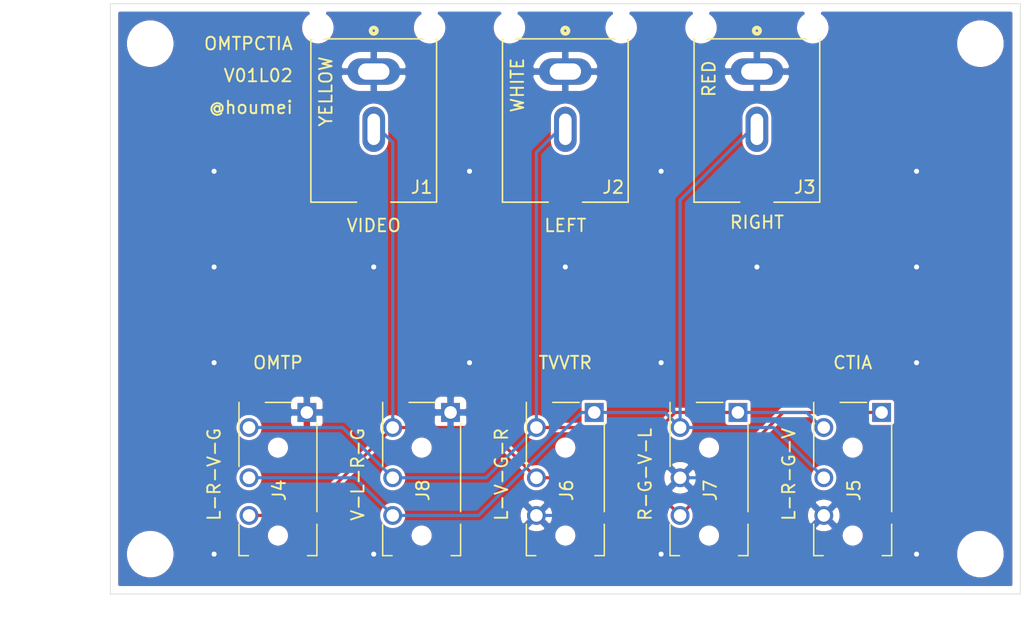
<source format=kicad_pcb>
(kicad_pcb (version 20171130) (host pcbnew "(5.1.8)-1")

  (general
    (thickness 1.6)
    (drawings 23)
    (tracks 54)
    (zones 0)
    (modules 12)
    (nets 5)
  )

  (page A4)
  (layers
    (0 F.Cu signal)
    (31 B.Cu signal)
    (32 B.Adhes user)
    (33 F.Adhes user)
    (34 B.Paste user)
    (35 F.Paste user)
    (36 B.SilkS user)
    (37 F.SilkS user)
    (38 B.Mask user)
    (39 F.Mask user)
    (40 Dwgs.User user)
    (41 Cmts.User user)
    (42 Eco1.User user)
    (43 Eco2.User user)
    (44 Edge.Cuts user)
    (45 Margin user)
    (46 B.CrtYd user)
    (47 F.CrtYd user)
    (48 B.Fab user)
    (49 F.Fab user hide)
  )

  (setup
    (last_trace_width 0.25)
    (trace_clearance 0.2)
    (zone_clearance 0.254)
    (zone_45_only no)
    (trace_min 0.2)
    (via_size 0.8)
    (via_drill 0.4)
    (via_min_size 0.4)
    (via_min_drill 0.3)
    (uvia_size 0.3)
    (uvia_drill 0.1)
    (uvias_allowed no)
    (uvia_min_size 0.2)
    (uvia_min_drill 0.1)
    (edge_width 0.05)
    (segment_width 0.2)
    (pcb_text_width 0.3)
    (pcb_text_size 1.5 1.5)
    (mod_edge_width 0.12)
    (mod_text_size 1 1)
    (mod_text_width 0.15)
    (pad_size 1 1)
    (pad_drill 0.65)
    (pad_to_mask_clearance 0)
    (aux_axis_origin 152.4 127)
    (grid_origin 152.4 127)
    (visible_elements 7FFFFFFF)
    (pcbplotparams
      (layerselection 0x010e0_ffffffff)
      (usegerberextensions true)
      (usegerberattributes false)
      (usegerberadvancedattributes false)
      (creategerberjobfile false)
      (excludeedgelayer true)
      (linewidth 0.100000)
      (plotframeref false)
      (viasonmask true)
      (mode 1)
      (useauxorigin true)
      (hpglpennumber 1)
      (hpglpenspeed 20)
      (hpglpendiameter 15.000000)
      (psnegative false)
      (psa4output false)
      (plotreference true)
      (plotvalue false)
      (plotinvisibletext false)
      (padsonsilk false)
      (subtractmaskfromsilk false)
      (outputformat 1)
      (mirror false)
      (drillshape 0)
      (scaleselection 1)
      (outputdirectory "OMTPCTIAV01L02GB/"))
  )

  (net 0 "")
  (net 1 GND)
  (net 2 V)
  (net 3 L)
  (net 4 R)

  (net_class Default "This is the default net class."
    (clearance 0.2)
    (trace_width 0.25)
    (via_dia 0.8)
    (via_drill 0.4)
    (uvia_dia 0.3)
    (uvia_drill 0.1)
    (add_net GND)
    (add_net L)
    (add_net R)
    (add_net V)
  )

  (module Footprints:Jack_3.5mm_MJ-4PP-9 (layer F.Cu) (tedit 6474A736) (tstamp 6468DE67)
    (at 177.165 118.745 90)
    (descr "3.5mm horizontal headphones jack, http://akizukidenshi.com/download/ds/switronic/ST-005-G.pdf")
    (tags "Connector Audio Switronic ST-005-G")
    (path /64690F05)
    (fp_text reference J8 (at 0 0.1 90) (layer F.SilkS)
      (effects (font (size 1 1) (thickness 0.15)))
    )
    (fp_text value AudioJack4 (at 0.0254 5.7658 90) (layer F.Fab)
      (effects (font (size 1 1) (thickness 0.15)))
    )
    (fp_text user %R (at 0 0.2 90) (layer F.Fab)
      (effects (font (size 0.7 0.7) (thickness 0.1)))
    )
    (fp_line (start 7.1 4.4) (end -7.3 4.4) (layer F.CrtYd) (width 0.05))
    (fp_line (start 7.1 -4.4) (end -7.3 -4.4) (layer F.CrtYd) (width 0.05))
    (fp_line (start -7.3 -4.4) (end -7.3 4.4) (layer F.CrtYd) (width 0.05))
    (fp_line (start 7.1 -4.4) (end 7.1 4.4) (layer F.CrtYd) (width 0.05))
    (fp_line (start -7.2 -2.3) (end -7.2 2.3) (layer F.Fab) (width 0.1))
    (fp_line (start -5.2 -2.3) (end -5.2 -3.1) (layer F.Fab) (width 0.1))
    (fp_line (start 7 -3.1) (end 7 3.1) (layer F.Fab) (width 0.1))
    (fp_line (start -5.2 2.3) (end -7.2 2.3) (layer F.Fab) (width 0.1))
    (fp_line (start -5.2 -2.3) (end -7.2 -2.3) (layer F.Fab) (width 0.1))
    (fp_line (start 7 -3.1) (end -5.2 -3.1) (layer F.Fab) (width 0.1))
    (fp_line (start 7 3.1) (end -5.2 3.1) (layer F.Fab) (width 0.1))
    (fp_line (start -5.2 3.1) (end -5.2 2.3) (layer F.Fab) (width 0.1))
    (fp_line (start -2.7 3.1) (end -5.2 3.1) (layer F.SilkS) (width 0.12))
    (fp_line (start -5.2 3.1) (end -5.2 2.35) (layer F.SilkS) (width 0.12))
    (fp_line (start -5.2 -2.35) (end -5.2 -3.1) (layer F.SilkS) (width 0.12))
    (fp_line (start -5.2 -3.1) (end -2.7 -3.1) (layer F.SilkS) (width 0.12))
    (fp_line (start 1.9 -3.1) (end 7 -3.1) (layer F.SilkS) (width 0.12))
    (fp_line (start -1.7 3.1) (end 5.3 3.1) (layer F.SilkS) (width 0.12))
    (fp_line (start 7 -1) (end 7 1.1) (layer F.SilkS) (width 0.12))
    (pad T thru_hole circle (at 5 -2.3 90) (size 1.5 1.5) (drill 1) (layers *.Cu *.Mask)
      (net 2 V))
    (pad R2 thru_hole circle (at -2 -2.3 90) (size 1.5 1.5) (drill 1) (layers *.Cu *.Mask)
      (net 4 R))
    (pad S thru_hole rect (at 6.2 2.3 90) (size 1.5 1.5) (drill 1) (layers *.Cu *.Mask)
      (net 1 GND))
    (pad R1 thru_hole circle (at 1 -2.3 90) (size 1.5 1.5) (drill 1) (layers *.Cu *.Mask)
      (net 3 L))
    (pad "" np_thru_hole circle (at 3.4 0 90) (size 1.1 1.1) (drill 1.1) (layers *.Cu *.Mask))
    (pad "" np_thru_hole circle (at -3.6 0 90) (size 1.1 1.1) (drill 1.1) (layers *.Cu *.Mask))
    (model ${KISYS3DMOD}/Connector_Audio.3dshapes/Jack_3.5mm_Switronic_ST-005-G_horizontal.wrl
      (at (xyz 0 0 0))
      (scale (xyz 1 1 1))
      (rotate (xyz 0 0 0))
    )
  )

  (module Footprints:Jack_3.5mm_MJ-4PP-9 (layer F.Cu) (tedit 6474A736) (tstamp 6468DE49)
    (at 200.025 118.745 90)
    (descr "3.5mm horizontal headphones jack, http://akizukidenshi.com/download/ds/switronic/ST-005-G.pdf")
    (tags "Connector Audio Switronic ST-005-G")
    (path /64690294)
    (fp_text reference J7 (at 0 0.1 90) (layer F.SilkS)
      (effects (font (size 1 1) (thickness 0.15)))
    )
    (fp_text value AudioJack4 (at 0.0254 5.7658 90) (layer F.Fab)
      (effects (font (size 1 1) (thickness 0.15)))
    )
    (fp_text user %R (at 0 0.2 90) (layer F.Fab)
      (effects (font (size 0.7 0.7) (thickness 0.1)))
    )
    (fp_line (start 7.1 4.4) (end -7.3 4.4) (layer F.CrtYd) (width 0.05))
    (fp_line (start 7.1 -4.4) (end -7.3 -4.4) (layer F.CrtYd) (width 0.05))
    (fp_line (start -7.3 -4.4) (end -7.3 4.4) (layer F.CrtYd) (width 0.05))
    (fp_line (start 7.1 -4.4) (end 7.1 4.4) (layer F.CrtYd) (width 0.05))
    (fp_line (start -7.2 -2.3) (end -7.2 2.3) (layer F.Fab) (width 0.1))
    (fp_line (start -5.2 -2.3) (end -5.2 -3.1) (layer F.Fab) (width 0.1))
    (fp_line (start 7 -3.1) (end 7 3.1) (layer F.Fab) (width 0.1))
    (fp_line (start -5.2 2.3) (end -7.2 2.3) (layer F.Fab) (width 0.1))
    (fp_line (start -5.2 -2.3) (end -7.2 -2.3) (layer F.Fab) (width 0.1))
    (fp_line (start 7 -3.1) (end -5.2 -3.1) (layer F.Fab) (width 0.1))
    (fp_line (start 7 3.1) (end -5.2 3.1) (layer F.Fab) (width 0.1))
    (fp_line (start -5.2 3.1) (end -5.2 2.3) (layer F.Fab) (width 0.1))
    (fp_line (start -2.7 3.1) (end -5.2 3.1) (layer F.SilkS) (width 0.12))
    (fp_line (start -5.2 3.1) (end -5.2 2.35) (layer F.SilkS) (width 0.12))
    (fp_line (start -5.2 -2.35) (end -5.2 -3.1) (layer F.SilkS) (width 0.12))
    (fp_line (start -5.2 -3.1) (end -2.7 -3.1) (layer F.SilkS) (width 0.12))
    (fp_line (start 1.9 -3.1) (end 7 -3.1) (layer F.SilkS) (width 0.12))
    (fp_line (start -1.7 3.1) (end 5.3 3.1) (layer F.SilkS) (width 0.12))
    (fp_line (start 7 -1) (end 7 1.1) (layer F.SilkS) (width 0.12))
    (pad T thru_hole circle (at 5 -2.3 90) (size 1.5 1.5) (drill 1) (layers *.Cu *.Mask)
      (net 4 R))
    (pad R2 thru_hole circle (at -2 -2.3 90) (size 1.5 1.5) (drill 1) (layers *.Cu *.Mask)
      (net 2 V))
    (pad S thru_hole rect (at 6.2 2.3 90) (size 1.5 1.5) (drill 1) (layers *.Cu *.Mask)
      (net 3 L))
    (pad R1 thru_hole circle (at 1 -2.3 90) (size 1.5 1.5) (drill 1) (layers *.Cu *.Mask)
      (net 1 GND))
    (pad "" np_thru_hole circle (at 3.4 0 90) (size 1.1 1.1) (drill 1.1) (layers *.Cu *.Mask))
    (pad "" np_thru_hole circle (at -3.6 0 90) (size 1.1 1.1) (drill 1.1) (layers *.Cu *.Mask))
    (model ${KISYS3DMOD}/Connector_Audio.3dshapes/Jack_3.5mm_Switronic_ST-005-G_horizontal.wrl
      (at (xyz 0 0 0))
      (scale (xyz 1 1 1))
      (rotate (xyz 0 0 0))
    )
  )

  (module Footprints:Jack_3.5mm_MJ-4PP-9 (layer F.Cu) (tedit 6474A736) (tstamp 6468DE2B)
    (at 188.595 118.745 90)
    (descr "3.5mm horizontal headphones jack, http://akizukidenshi.com/download/ds/switronic/ST-005-G.pdf")
    (tags "Connector Audio Switronic ST-005-G")
    (path /6468D60D)
    (fp_text reference J6 (at 0 0.1 90) (layer F.SilkS)
      (effects (font (size 1 1) (thickness 0.15)))
    )
    (fp_text value AudioJack4 (at 0.0254 5.7658 90) (layer F.Fab)
      (effects (font (size 1 1) (thickness 0.15)))
    )
    (fp_text user %R (at 0 0.2 90) (layer F.Fab)
      (effects (font (size 0.7 0.7) (thickness 0.1)))
    )
    (fp_line (start 7.1 4.4) (end -7.3 4.4) (layer F.CrtYd) (width 0.05))
    (fp_line (start 7.1 -4.4) (end -7.3 -4.4) (layer F.CrtYd) (width 0.05))
    (fp_line (start -7.3 -4.4) (end -7.3 4.4) (layer F.CrtYd) (width 0.05))
    (fp_line (start 7.1 -4.4) (end 7.1 4.4) (layer F.CrtYd) (width 0.05))
    (fp_line (start -7.2 -2.3) (end -7.2 2.3) (layer F.Fab) (width 0.1))
    (fp_line (start -5.2 -2.3) (end -5.2 -3.1) (layer F.Fab) (width 0.1))
    (fp_line (start 7 -3.1) (end 7 3.1) (layer F.Fab) (width 0.1))
    (fp_line (start -5.2 2.3) (end -7.2 2.3) (layer F.Fab) (width 0.1))
    (fp_line (start -5.2 -2.3) (end -7.2 -2.3) (layer F.Fab) (width 0.1))
    (fp_line (start 7 -3.1) (end -5.2 -3.1) (layer F.Fab) (width 0.1))
    (fp_line (start 7 3.1) (end -5.2 3.1) (layer F.Fab) (width 0.1))
    (fp_line (start -5.2 3.1) (end -5.2 2.3) (layer F.Fab) (width 0.1))
    (fp_line (start -2.7 3.1) (end -5.2 3.1) (layer F.SilkS) (width 0.12))
    (fp_line (start -5.2 3.1) (end -5.2 2.35) (layer F.SilkS) (width 0.12))
    (fp_line (start -5.2 -2.35) (end -5.2 -3.1) (layer F.SilkS) (width 0.12))
    (fp_line (start -5.2 -3.1) (end -2.7 -3.1) (layer F.SilkS) (width 0.12))
    (fp_line (start 1.9 -3.1) (end 7 -3.1) (layer F.SilkS) (width 0.12))
    (fp_line (start -1.7 3.1) (end 5.3 3.1) (layer F.SilkS) (width 0.12))
    (fp_line (start 7 -1) (end 7 1.1) (layer F.SilkS) (width 0.12))
    (pad T thru_hole circle (at 5 -2.3 90) (size 1.5 1.5) (drill 1) (layers *.Cu *.Mask)
      (net 3 L))
    (pad R2 thru_hole circle (at -2 -2.3 90) (size 1.5 1.5) (drill 1) (layers *.Cu *.Mask)
      (net 1 GND))
    (pad S thru_hole rect (at 6.2 2.3 90) (size 1.5 1.5) (drill 1) (layers *.Cu *.Mask)
      (net 4 R))
    (pad R1 thru_hole circle (at 1 -2.3 90) (size 1.5 1.5) (drill 1) (layers *.Cu *.Mask)
      (net 2 V))
    (pad "" np_thru_hole circle (at 3.4 0 90) (size 1.1 1.1) (drill 1.1) (layers *.Cu *.Mask))
    (pad "" np_thru_hole circle (at -3.6 0 90) (size 1.1 1.1) (drill 1.1) (layers *.Cu *.Mask))
    (model ${KISYS3DMOD}/Connector_Audio.3dshapes/Jack_3.5mm_Switronic_ST-005-G_horizontal.wrl
      (at (xyz 0 0 0))
      (scale (xyz 1 1 1))
      (rotate (xyz 0 0 0))
    )
  )

  (module Footprints:Jack_3.5mm_MJ-4PP-9 (layer F.Cu) (tedit 6474A736) (tstamp 6468DE0D)
    (at 211.455 118.745 90)
    (descr "3.5mm horizontal headphones jack, http://akizukidenshi.com/download/ds/switronic/ST-005-G.pdf")
    (tags "Connector Audio Switronic ST-005-G")
    (path /6468CD91)
    (fp_text reference J5 (at 0 0.1 90) (layer F.SilkS)
      (effects (font (size 1 1) (thickness 0.15)))
    )
    (fp_text value AudioJack4 (at 0.0254 5.7658 90) (layer F.Fab)
      (effects (font (size 1 1) (thickness 0.15)))
    )
    (fp_text user %R (at 0 0.2 90) (layer F.Fab)
      (effects (font (size 0.7 0.7) (thickness 0.1)))
    )
    (fp_line (start 7.1 4.4) (end -7.3 4.4) (layer F.CrtYd) (width 0.05))
    (fp_line (start 7.1 -4.4) (end -7.3 -4.4) (layer F.CrtYd) (width 0.05))
    (fp_line (start -7.3 -4.4) (end -7.3 4.4) (layer F.CrtYd) (width 0.05))
    (fp_line (start 7.1 -4.4) (end 7.1 4.4) (layer F.CrtYd) (width 0.05))
    (fp_line (start -7.2 -2.3) (end -7.2 2.3) (layer F.Fab) (width 0.1))
    (fp_line (start -5.2 -2.3) (end -5.2 -3.1) (layer F.Fab) (width 0.1))
    (fp_line (start 7 -3.1) (end 7 3.1) (layer F.Fab) (width 0.1))
    (fp_line (start -5.2 2.3) (end -7.2 2.3) (layer F.Fab) (width 0.1))
    (fp_line (start -5.2 -2.3) (end -7.2 -2.3) (layer F.Fab) (width 0.1))
    (fp_line (start 7 -3.1) (end -5.2 -3.1) (layer F.Fab) (width 0.1))
    (fp_line (start 7 3.1) (end -5.2 3.1) (layer F.Fab) (width 0.1))
    (fp_line (start -5.2 3.1) (end -5.2 2.3) (layer F.Fab) (width 0.1))
    (fp_line (start -2.7 3.1) (end -5.2 3.1) (layer F.SilkS) (width 0.12))
    (fp_line (start -5.2 3.1) (end -5.2 2.35) (layer F.SilkS) (width 0.12))
    (fp_line (start -5.2 -2.35) (end -5.2 -3.1) (layer F.SilkS) (width 0.12))
    (fp_line (start -5.2 -3.1) (end -2.7 -3.1) (layer F.SilkS) (width 0.12))
    (fp_line (start 1.9 -3.1) (end 7 -3.1) (layer F.SilkS) (width 0.12))
    (fp_line (start -1.7 3.1) (end 5.3 3.1) (layer F.SilkS) (width 0.12))
    (fp_line (start 7 -1) (end 7 1.1) (layer F.SilkS) (width 0.12))
    (pad T thru_hole circle (at 5 -2.3 90) (size 1.5 1.5) (drill 1) (layers *.Cu *.Mask)
      (net 3 L))
    (pad R2 thru_hole circle (at -2 -2.3 90) (size 1.5 1.5) (drill 1) (layers *.Cu *.Mask)
      (net 1 GND))
    (pad S thru_hole rect (at 6.2 2.3 90) (size 1.5 1.5) (drill 1) (layers *.Cu *.Mask)
      (net 2 V))
    (pad R1 thru_hole circle (at 1 -2.3 90) (size 1.5 1.5) (drill 1) (layers *.Cu *.Mask)
      (net 4 R))
    (pad "" np_thru_hole circle (at 3.4 0 90) (size 1.1 1.1) (drill 1.1) (layers *.Cu *.Mask))
    (pad "" np_thru_hole circle (at -3.6 0 90) (size 1.1 1.1) (drill 1.1) (layers *.Cu *.Mask))
    (model ${KISYS3DMOD}/Connector_Audio.3dshapes/Jack_3.5mm_Switronic_ST-005-G_horizontal.wrl
      (at (xyz 0 0 0))
      (scale (xyz 1 1 1))
      (rotate (xyz 0 0 0))
    )
  )

  (module Footprints:Jack_3.5mm_MJ-4PP-9 (layer F.Cu) (tedit 6474A736) (tstamp 6474AB2B)
    (at 165.735 118.745 90)
    (descr "3.5mm horizontal headphones jack, http://akizukidenshi.com/download/ds/switronic/ST-005-G.pdf")
    (tags "Connector Audio Switronic ST-005-G")
    (path /6468ADA6)
    (fp_text reference J4 (at 0 0.1 90) (layer F.SilkS)
      (effects (font (size 1 1) (thickness 0.15)))
    )
    (fp_text value AudioJack4 (at 0.0254 5.7658 90) (layer F.Fab)
      (effects (font (size 1 1) (thickness 0.15)))
    )
    (fp_text user %R (at 0 0.2 90) (layer F.Fab)
      (effects (font (size 0.7 0.7) (thickness 0.1)))
    )
    (fp_line (start 7.1 4.4) (end -7.3 4.4) (layer F.CrtYd) (width 0.05))
    (fp_line (start 7.1 -4.4) (end -7.3 -4.4) (layer F.CrtYd) (width 0.05))
    (fp_line (start -7.3 -4.4) (end -7.3 4.4) (layer F.CrtYd) (width 0.05))
    (fp_line (start 7.1 -4.4) (end 7.1 4.4) (layer F.CrtYd) (width 0.05))
    (fp_line (start -7.2 -2.3) (end -7.2 2.3) (layer F.Fab) (width 0.1))
    (fp_line (start -5.2 -2.3) (end -5.2 -3.1) (layer F.Fab) (width 0.1))
    (fp_line (start 7 -3.1) (end 7 3.1) (layer F.Fab) (width 0.1))
    (fp_line (start -5.2 2.3) (end -7.2 2.3) (layer F.Fab) (width 0.1))
    (fp_line (start -5.2 -2.3) (end -7.2 -2.3) (layer F.Fab) (width 0.1))
    (fp_line (start 7 -3.1) (end -5.2 -3.1) (layer F.Fab) (width 0.1))
    (fp_line (start 7 3.1) (end -5.2 3.1) (layer F.Fab) (width 0.1))
    (fp_line (start -5.2 3.1) (end -5.2 2.3) (layer F.Fab) (width 0.1))
    (fp_line (start -2.7 3.1) (end -5.2 3.1) (layer F.SilkS) (width 0.12))
    (fp_line (start -5.2 3.1) (end -5.2 2.35) (layer F.SilkS) (width 0.12))
    (fp_line (start -5.2 -2.35) (end -5.2 -3.1) (layer F.SilkS) (width 0.12))
    (fp_line (start -5.2 -3.1) (end -2.7 -3.1) (layer F.SilkS) (width 0.12))
    (fp_line (start 1.9 -3.1) (end 7 -3.1) (layer F.SilkS) (width 0.12))
    (fp_line (start -1.7 3.1) (end 5.3 3.1) (layer F.SilkS) (width 0.12))
    (fp_line (start 7 -1) (end 7 1.1) (layer F.SilkS) (width 0.12))
    (pad T thru_hole circle (at 5 -2.3 90) (size 1.5 1.5) (drill 1) (layers *.Cu *.Mask)
      (net 3 L))
    (pad R2 thru_hole circle (at -2 -2.3 90) (size 1.5 1.5) (drill 1) (layers *.Cu *.Mask)
      (net 2 V))
    (pad S thru_hole rect (at 6.2 2.3 90) (size 1.5 1.5) (drill 1) (layers *.Cu *.Mask)
      (net 1 GND))
    (pad R1 thru_hole circle (at 1 -2.3 90) (size 1.5 1.5) (drill 1) (layers *.Cu *.Mask)
      (net 4 R))
    (pad "" np_thru_hole circle (at 3.4 0 90) (size 1.1 1.1) (drill 1.1) (layers *.Cu *.Mask))
    (pad "" np_thru_hole circle (at -3.6 0 90) (size 1.1 1.1) (drill 1.1) (layers *.Cu *.Mask))
    (model ${KISYS3DMOD}/Connector_Audio.3dshapes/Jack_3.5mm_Switronic_ST-005-G_horizontal.wrl
      (at (xyz 0 0 0))
      (scale (xyz 1 1 1))
      (rotate (xyz 0 0 0))
    )
  )

  (module Footprints:MJ-523 (layer F.Cu) (tedit 647495FA) (tstamp 6468DDD1)
    (at 203.835 90.805 180)
    (path /6468A1DF)
    (fp_text reference J3 (at -3.81 -3.81) (layer F.SilkS)
      (effects (font (size 1.006693 1.006693) (thickness 0.15)))
    )
    (fp_text value Conn_Coaxial (at 1.273855 9.331585) (layer F.Fab)
      (effects (font (size 1.004906 1.004906) (thickness 0.15)))
    )
    (fp_circle (center 0 8.651) (end 0.1 8.651) (layer F.SilkS) (width 0.3))
    (fp_circle (center 0 7) (end 0.1 7) (layer F.Fab) (width 0.3))
    (fp_line (start 5 -5) (end -5 -5) (layer F.Fab) (width 0.127))
    (fp_line (start -5 -5) (end -5 8) (layer F.Fab) (width 0.127))
    (fp_line (start -5 8) (end 5 8) (layer F.Fab) (width 0.127))
    (fp_line (start 5 8) (end 5 -5) (layer F.Fab) (width 0.127))
    (fp_line (start -1.365 -5) (end -5 -5) (layer F.SilkS) (width 0.127))
    (fp_line (start -5 -5) (end -5 8) (layer F.SilkS) (width 0.127))
    (fp_line (start -5 8) (end 5 8) (layer F.SilkS) (width 0.127))
    (fp_line (start 5 8) (end 5 -5) (layer F.SilkS) (width 0.127))
    (fp_line (start 5 -5) (end 1.365 -5) (layer F.SilkS) (width 0.127))
    (fp_line (start -5.25 8.25) (end 5.25 8.25) (layer F.CrtYd) (width 0.05))
    (fp_line (start 5.25 8.25) (end 5.25 -5.25) (layer F.CrtYd) (width 0.05))
    (fp_line (start 5.25 -5.25) (end -5.25 -5.25) (layer F.CrtYd) (width 0.05))
    (fp_line (start -5.25 -5.25) (end -5.25 8.25) (layer F.CrtYd) (width 0.05))
    (pad 2 thru_hole oval (at 0 5.4 180) (size 4.2 2.1) (drill oval 2.5 1.3) (layers *.Cu *.Mask)
      (net 1 GND))
    (pad 1 thru_hole oval (at 0 0.8 180) (size 1.8 3.6) (drill oval 1 2.5) (layers *.Cu *.Mask)
      (net 4 R))
    (pad "" np_thru_hole circle (at -4.445 8.89 180) (size 2 2) (drill 2) (layers *.Cu *.Mask)
      (zone_connect 0))
    (pad "" np_thru_hole circle (at 4.445 8.89 180) (size 2 2) (drill 2) (layers *.Cu *.Mask)
      (zone_connect 0))
  )

  (module Footprints:MJ-523 (layer F.Cu) (tedit 647495FA) (tstamp 61E9BE03)
    (at 188.595 90.805 180)
    (path /61EAABB6)
    (fp_text reference J2 (at -3.81 -3.81) (layer F.SilkS)
      (effects (font (size 1.006693 1.006693) (thickness 0.15)))
    )
    (fp_text value Conn_Coaxial (at 1.273855 9.331585) (layer F.Fab)
      (effects (font (size 1.004906 1.004906) (thickness 0.15)))
    )
    (fp_circle (center 0 8.651) (end 0.1 8.651) (layer F.SilkS) (width 0.3))
    (fp_circle (center 0 7) (end 0.1 7) (layer F.Fab) (width 0.3))
    (fp_line (start 5 -5) (end -5 -5) (layer F.Fab) (width 0.127))
    (fp_line (start -5 -5) (end -5 8) (layer F.Fab) (width 0.127))
    (fp_line (start -5 8) (end 5 8) (layer F.Fab) (width 0.127))
    (fp_line (start 5 8) (end 5 -5) (layer F.Fab) (width 0.127))
    (fp_line (start -1.365 -5) (end -5 -5) (layer F.SilkS) (width 0.127))
    (fp_line (start -5 -5) (end -5 8) (layer F.SilkS) (width 0.127))
    (fp_line (start -5 8) (end 5 8) (layer F.SilkS) (width 0.127))
    (fp_line (start 5 8) (end 5 -5) (layer F.SilkS) (width 0.127))
    (fp_line (start 5 -5) (end 1.365 -5) (layer F.SilkS) (width 0.127))
    (fp_line (start -5.25 8.25) (end 5.25 8.25) (layer F.CrtYd) (width 0.05))
    (fp_line (start 5.25 8.25) (end 5.25 -5.25) (layer F.CrtYd) (width 0.05))
    (fp_line (start 5.25 -5.25) (end -5.25 -5.25) (layer F.CrtYd) (width 0.05))
    (fp_line (start -5.25 -5.25) (end -5.25 8.25) (layer F.CrtYd) (width 0.05))
    (pad 2 thru_hole oval (at 0 5.4 180) (size 4.2 2.1) (drill oval 2.5 1.3) (layers *.Cu *.Mask)
      (net 1 GND))
    (pad 1 thru_hole oval (at 0 0.8 180) (size 1.8 3.6) (drill oval 1 2.5) (layers *.Cu *.Mask)
      (net 3 L))
    (pad "" np_thru_hole circle (at -4.445 8.89 180) (size 2 2) (drill 2) (layers *.Cu *.Mask)
      (zone_connect 0))
    (pad "" np_thru_hole circle (at 4.445 8.89 180) (size 2 2) (drill 2) (layers *.Cu *.Mask)
      (zone_connect 0))
  )

  (module Footprints:MJ-523 (layer F.Cu) (tedit 647495FA) (tstamp 61E9BDEE)
    (at 173.355 90.805 180)
    (path /61EA9F9B)
    (fp_text reference J1 (at -3.81 -3.81) (layer F.SilkS)
      (effects (font (size 1.006693 1.006693) (thickness 0.15)))
    )
    (fp_text value Conn_Coaxial (at 1.273855 9.331585) (layer F.Fab)
      (effects (font (size 1.004906 1.004906) (thickness 0.15)))
    )
    (fp_circle (center 0 8.651) (end 0.1 8.651) (layer F.SilkS) (width 0.3))
    (fp_circle (center 0 7) (end 0.1 7) (layer F.Fab) (width 0.3))
    (fp_line (start 5 -5) (end -5 -5) (layer F.Fab) (width 0.127))
    (fp_line (start -5 -5) (end -5 8) (layer F.Fab) (width 0.127))
    (fp_line (start -5 8) (end 5 8) (layer F.Fab) (width 0.127))
    (fp_line (start 5 8) (end 5 -5) (layer F.Fab) (width 0.127))
    (fp_line (start -1.365 -5) (end -5 -5) (layer F.SilkS) (width 0.127))
    (fp_line (start -5 -5) (end -5 8) (layer F.SilkS) (width 0.127))
    (fp_line (start -5 8) (end 5 8) (layer F.SilkS) (width 0.127))
    (fp_line (start 5 8) (end 5 -5) (layer F.SilkS) (width 0.127))
    (fp_line (start 5 -5) (end 1.365 -5) (layer F.SilkS) (width 0.127))
    (fp_line (start -5.25 8.25) (end 5.25 8.25) (layer F.CrtYd) (width 0.05))
    (fp_line (start 5.25 8.25) (end 5.25 -5.25) (layer F.CrtYd) (width 0.05))
    (fp_line (start 5.25 -5.25) (end -5.25 -5.25) (layer F.CrtYd) (width 0.05))
    (fp_line (start -5.25 -5.25) (end -5.25 8.25) (layer F.CrtYd) (width 0.05))
    (pad 2 thru_hole oval (at 0 5.4 180) (size 4.2 2.1) (drill oval 2.5 1.3) (layers *.Cu *.Mask)
      (net 1 GND))
    (pad 1 thru_hole oval (at 0 0.8 180) (size 1.8 3.6) (drill oval 1 2.5) (layers *.Cu *.Mask)
      (net 2 V))
    (pad "" np_thru_hole circle (at -4.445 8.89 180) (size 2 2) (drill 2) (layers *.Cu *.Mask)
      (zone_connect 0))
    (pad "" np_thru_hole circle (at 4.445 8.89 180) (size 2 2) (drill 2) (layers *.Cu *.Mask)
      (zone_connect 0))
  )

  (module MountingHole:MountingHole_3.2mm_M3 locked (layer F.Cu) (tedit 56D1B4CB) (tstamp 619CEBDB)
    (at 221.615 83.185)
    (descr "Mounting Hole 3.2mm, no annular, M3")
    (tags "mounting hole 3.2mm no annular m3")
    (attr virtual)
    (fp_text reference REF** (at 0 -4.2) (layer F.SilkS) hide
      (effects (font (size 1 1) (thickness 0.15)))
    )
    (fp_text value MountingHole_3.2mm_M3 (at 0 4.2) (layer F.Fab) hide
      (effects (font (size 1 1) (thickness 0.15)))
    )
    (fp_circle (center 0 0) (end 3.45 0) (layer F.CrtYd) (width 0.05))
    (fp_circle (center 0 0) (end 3.2 0) (layer Cmts.User) (width 0.15))
    (fp_text user %R (at 0.3 0) (layer F.Fab) hide
      (effects (font (size 1 1) (thickness 0.15)))
    )
    (pad 1 np_thru_hole circle (at 0 0) (size 3.2 3.2) (drill 3.2) (layers *.Cu *.Mask))
  )

  (module MountingHole:MountingHole_3.2mm_M3 locked (layer F.Cu) (tedit 56D1B4CB) (tstamp 619CEBA1)
    (at 155.575 83.185)
    (descr "Mounting Hole 3.2mm, no annular, M3")
    (tags "mounting hole 3.2mm no annular m3")
    (attr virtual)
    (fp_text reference REF** (at 0 -4.2) (layer F.SilkS) hide
      (effects (font (size 1 1) (thickness 0.15)))
    )
    (fp_text value MountingHole_3.2mm_M3 (at 0 4.2) (layer F.Fab) hide
      (effects (font (size 1 1) (thickness 0.15)))
    )
    (fp_circle (center 0 0) (end 3.45 0) (layer F.CrtYd) (width 0.05))
    (fp_circle (center 0 0) (end 3.2 0) (layer Cmts.User) (width 0.15))
    (fp_text user %R (at 0.3 0) (layer F.Fab) hide
      (effects (font (size 1 1) (thickness 0.15)))
    )
    (pad 1 np_thru_hole circle (at 0 0) (size 3.2 3.2) (drill 3.2) (layers *.Cu *.Mask))
  )

  (module MountingHole:MountingHole_3.2mm_M3 locked (layer F.Cu) (tedit 56D1B4CB) (tstamp 619CEB93)
    (at 221.615 123.825)
    (descr "Mounting Hole 3.2mm, no annular, M3")
    (tags "mounting hole 3.2mm no annular m3")
    (attr virtual)
    (fp_text reference REF** (at 0 -4.2) (layer F.SilkS) hide
      (effects (font (size 1 1) (thickness 0.15)))
    )
    (fp_text value MountingHole_3.2mm_M3 (at 0 4.2) (layer F.Fab) hide
      (effects (font (size 1 1) (thickness 0.15)))
    )
    (fp_circle (center 0 0) (end 3.2 0) (layer Cmts.User) (width 0.15))
    (fp_circle (center 0 0) (end 3.45 0) (layer F.CrtYd) (width 0.05))
    (fp_text user %R (at 0.3 0) (layer F.Fab) hide
      (effects (font (size 1 1) (thickness 0.15)))
    )
    (pad 1 np_thru_hole circle (at 0 0) (size 3.2 3.2) (drill 3.2) (layers *.Cu *.Mask))
  )

  (module MountingHole:MountingHole_3.2mm_M3 locked (layer F.Cu) (tedit 56D1B4CB) (tstamp 619CE6DC)
    (at 155.575 123.825)
    (descr "Mounting Hole 3.2mm, no annular, M3")
    (tags "mounting hole 3.2mm no annular m3")
    (attr virtual)
    (fp_text reference REF** (at 0 -4.2) (layer F.SilkS) hide
      (effects (font (size 1 1) (thickness 0.15)))
    )
    (fp_text value MountingHole_3.2mm_M3 (at 0 4.2) (layer F.Fab) hide
      (effects (font (size 1 1) (thickness 0.15)))
    )
    (fp_circle (center 0 0) (end 3.45 0) (layer F.CrtYd) (width 0.05))
    (fp_circle (center 0 0) (end 3.2 0) (layer Cmts.User) (width 0.15))
    (fp_text user %R (at 0.3 0) (layer F.Fab) hide
      (effects (font (size 1 1) (thickness 0.15)))
    )
    (pad 1 np_thru_hole circle (at 0 0) (size 3.2 3.2) (drill 3.2) (layers *.Cu *.Mask))
  )

  (dimension 72.39 (width 0.15) (layer Dwgs.User)
    (gr_text "72.390 mm" (at 188.595 131.475) (layer Dwgs.User)
      (effects (font (size 1 1) (thickness 0.15)))
    )
    (feature1 (pts (xy 224.79 129.54) (xy 224.79 130.761421)))
    (feature2 (pts (xy 152.4 129.54) (xy 152.4 130.761421)))
    (crossbar (pts (xy 152.4 130.175) (xy 224.79 130.175)))
    (arrow1a (pts (xy 224.79 130.175) (xy 223.663496 130.761421)))
    (arrow1b (pts (xy 224.79 130.175) (xy 223.663496 129.588579)))
    (arrow2a (pts (xy 152.4 130.175) (xy 153.526504 130.761421)))
    (arrow2b (pts (xy 152.4 130.175) (xy 153.526504 129.588579)))
  )
  (dimension 46.99 (width 0.15) (layer Dwgs.User)
    (gr_text "46.990 mm" (at 147.29 103.505 90) (layer Dwgs.User)
      (effects (font (size 1 1) (thickness 0.15)))
    )
    (feature1 (pts (xy 149.225 80.01) (xy 148.003579 80.01)))
    (feature2 (pts (xy 149.225 127) (xy 148.003579 127)))
    (crossbar (pts (xy 148.59 127) (xy 148.59 80.01)))
    (arrow1a (pts (xy 148.59 80.01) (xy 149.176421 81.136504)))
    (arrow1b (pts (xy 148.59 80.01) (xy 148.003579 81.136504)))
    (arrow2a (pts (xy 148.59 127) (xy 149.176421 125.873496)))
    (arrow2b (pts (xy 148.59 127) (xy 148.003579 125.873496)))
  )
  (gr_line (start 152.4 80.01) (end 152.4 127) (layer Edge.Cuts) (width 0.05) (tstamp 6474A595))
  (gr_line (start 224.79 80.01) (end 152.4 80.01) (layer Edge.Cuts) (width 0.05))
  (gr_line (start 224.79 127) (end 224.79 80.01) (layer Edge.Cuts) (width 0.05))
  (gr_line (start 152.4 127) (end 224.79 127) (layer Edge.Cuts) (width 0.05))
  (gr_text V-L-R-G (at 172.085 117.475 90) (layer F.SilkS) (tstamp 6468EADA)
    (effects (font (size 1 1) (thickness 0.15)))
  )
  (gr_text R-G-V-L (at 194.945 117.475 90) (layer F.SilkS) (tstamp 6468EAD5)
    (effects (font (size 1 1) (thickness 0.15)))
  )
  (gr_text L-V-G-R (at 183.515 117.475 90) (layer F.SilkS) (tstamp 6468EAD0)
    (effects (font (size 1 1) (thickness 0.15)))
  )
  (gr_text L-R-G-V (at 206.375 117.475 90) (layer F.SilkS) (tstamp 6468EACB)
    (effects (font (size 1 1) (thickness 0.15)))
  )
  (gr_text L-R-V-G (at 160.655 117.475 90) (layer F.SilkS) (tstamp 6468EAC5)
    (effects (font (size 1 1) (thickness 0.15)))
  )
  (gr_text TVVTR (at 188.595 108.585) (layer F.SilkS) (tstamp 6468EA63)
    (effects (font (size 1 1) (thickness 0.15)))
  )
  (gr_text CTIA (at 211.455 108.585) (layer F.SilkS) (tstamp 6468EA60)
    (effects (font (size 1 1) (thickness 0.15)))
  )
  (gr_text OMTP (at 165.735 108.585) (layer F.SilkS) (tstamp 6468EA5C)
    (effects (font (size 1 1) (thickness 0.15)))
  )
  (gr_text RED (at 200.025 85.979 90) (layer F.SilkS) (tstamp 6468E3F2)
    (effects (font (size 1 1) (thickness 0.15)))
  )
  (gr_text WHITE (at 184.785 86.487 90) (layer F.SilkS) (tstamp 6468E3EF)
    (effects (font (size 1 1) (thickness 0.15)))
  )
  (gr_text RIGHT (at 203.835 97.409) (layer F.SilkS) (tstamp 6468E3EB)
    (effects (font (size 1 1) (thickness 0.15)))
  )
  (gr_text YELLOW (at 169.545 86.995 90) (layer F.SilkS)
    (effects (font (size 1 1) (thickness 0.15)))
  )
  (gr_text LEFT (at 188.595 97.663) (layer F.SilkS) (tstamp 61E9C443)
    (effects (font (size 1 1) (thickness 0.15)))
  )
  (gr_text VIDEO (at 173.355 97.663) (layer F.SilkS) (tstamp 61E9C440)
    (effects (font (size 1 1) (thickness 0.15)))
  )
  (gr_text @houmei (at 167.005 88.265) (layer F.SilkS)
    (effects (font (size 1 1) (thickness 0.15)) (justify right))
  )
  (gr_text V01L02 (at 167.005 85.725) (layer F.SilkS)
    (effects (font (size 1 1) (thickness 0.15)) (justify right))
  )
  (gr_text OMTPCTIA (at 167.005 83.185) (layer F.SilkS)
    (effects (font (size 1 1) (thickness 0.15)) (justify right))
  )

  (via (at 203.835 100.965) (size 0.8) (drill 0.4) (layers F.Cu B.Cu) (net 1))
  (segment (start 194.725 120.745) (end 197.725 117.745) (width 0.25) (layer B.Cu) (net 1))
  (segment (start 186.295 120.745) (end 194.725 120.745) (width 0.25) (layer B.Cu) (net 1))
  (segment (start 206.155 117.745) (end 209.155 120.745) (width 0.25) (layer B.Cu) (net 1))
  (segment (start 197.725 117.745) (end 206.155 117.745) (width 0.25) (layer B.Cu) (net 1))
  (via (at 188.595 100.965) (size 0.8) (drill 0.4) (layers F.Cu B.Cu) (net 1) (tstamp 6468EB18))
  (via (at 173.355 100.965) (size 0.8) (drill 0.4) (layers F.Cu B.Cu) (net 1) (tstamp 6468EB1A))
  (via (at 160.655 100.965) (size 0.8) (drill 0.4) (layers F.Cu B.Cu) (net 1) (tstamp 6468EB1C))
  (via (at 216.535 100.965) (size 0.8) (drill 0.4) (layers F.Cu B.Cu) (net 1) (tstamp 6468EB20))
  (via (at 216.535 108.585) (size 0.8) (drill 0.4) (layers F.Cu B.Cu) (net 1) (tstamp 6468EB22))
  (via (at 160.655 108.585) (size 0.8) (drill 0.4) (layers F.Cu B.Cu) (net 1) (tstamp 6468EB24))
  (via (at 160.655 93.345) (size 0.8) (drill 0.4) (layers F.Cu B.Cu) (net 1) (tstamp 6468EB26))
  (via (at 216.535 93.345) (size 0.8) (drill 0.4) (layers F.Cu B.Cu) (net 1) (tstamp 6468EB28))
  (via (at 196.215 93.345) (size 0.8) (drill 0.4) (layers F.Cu B.Cu) (net 1) (tstamp 6468EB2A))
  (via (at 180.975 93.345) (size 0.8) (drill 0.4) (layers F.Cu B.Cu) (net 1) (tstamp 6468EB2C))
  (via (at 180.975 108.585) (size 0.8) (drill 0.4) (layers F.Cu B.Cu) (net 1) (tstamp 6468EB32))
  (via (at 196.215 108.585) (size 0.8) (drill 0.4) (layers F.Cu B.Cu) (net 1) (tstamp 6468EB34))
  (via (at 173.355 123.825) (size 0.8) (drill 0.4) (layers F.Cu B.Cu) (net 1) (tstamp 6468EB36))
  (via (at 196.215 123.825) (size 0.8) (drill 0.4) (layers F.Cu B.Cu) (net 1) (tstamp 6468EB38))
  (via (at 216.535 123.825) (size 0.8) (drill 0.4) (layers F.Cu B.Cu) (net 1) (tstamp 6468EB3A))
  (via (at 160.655 123.825) (size 0.8) (drill 0.4) (layers F.Cu B.Cu) (net 1) (tstamp 6468EB3C))
  (segment (start 174.865 91.045) (end 173.355 89.535) (width 0.25) (layer B.Cu) (net 2))
  (segment (start 174.865 113.745) (end 174.865 91.045) (width 0.25) (layer B.Cu) (net 2))
  (segment (start 167.865 120.745) (end 174.865 113.745) (width 0.25) (layer F.Cu) (net 2))
  (segment (start 163.435 120.745) (end 167.865 120.745) (width 0.25) (layer F.Cu) (net 2))
  (segment (start 182.295 113.745) (end 186.295 117.745) (width 0.25) (layer F.Cu) (net 2))
  (segment (start 174.865 113.745) (end 182.295 113.745) (width 0.25) (layer F.Cu) (net 2))
  (segment (start 194.725 117.745) (end 197.725 120.745) (width 0.25) (layer F.Cu) (net 2))
  (segment (start 186.295 117.745) (end 194.725 117.745) (width 0.25) (layer F.Cu) (net 2))
  (segment (start 205.925 112.545) (end 213.755 112.545) (width 0.25) (layer F.Cu) (net 2))
  (segment (start 197.725 120.745) (end 205.925 112.545) (width 0.25) (layer F.Cu) (net 2))
  (segment (start 170.865 113.745) (end 174.865 117.745) (width 0.25) (layer B.Cu) (net 3))
  (segment (start 163.435 113.745) (end 170.865 113.745) (width 0.25) (layer B.Cu) (net 3))
  (segment (start 182.295 117.745) (end 186.295 113.745) (width 0.25) (layer B.Cu) (net 3))
  (segment (start 174.865 117.745) (end 182.295 117.745) (width 0.25) (layer B.Cu) (net 3))
  (segment (start 202.325 112.545) (end 207.795 112.545) (width 0.25) (layer B.Cu) (net 3))
  (segment (start 208.995 113.745) (end 209.155 113.745) (width 0.25) (layer B.Cu) (net 3))
  (segment (start 207.795 112.545) (end 208.995 113.745) (width 0.25) (layer B.Cu) (net 3))
  (segment (start 186.295 91.835) (end 188.595 89.535) (width 0.25) (layer B.Cu) (net 3))
  (segment (start 186.295 113.745) (end 186.295 91.835) (width 0.25) (layer B.Cu) (net 3))
  (segment (start 196.133998 113.745) (end 197.333998 112.545) (width 0.25) (layer F.Cu) (net 3))
  (segment (start 197.333998 112.545) (end 202.325 112.545) (width 0.25) (layer F.Cu) (net 3))
  (segment (start 186.295 113.745) (end 196.133998 113.745) (width 0.25) (layer F.Cu) (net 3))
  (segment (start 171.865 117.745) (end 174.865 120.745) (width 0.25) (layer B.Cu) (net 4))
  (segment (start 163.435 117.745) (end 171.865 117.745) (width 0.25) (layer B.Cu) (net 4))
  (segment (start 189.903998 112.545) (end 190.895 112.545) (width 0.25) (layer B.Cu) (net 4))
  (segment (start 181.703998 120.745) (end 189.903998 112.545) (width 0.25) (layer B.Cu) (net 4))
  (segment (start 174.865 120.745) (end 181.703998 120.745) (width 0.25) (layer B.Cu) (net 4))
  (segment (start 205.155 113.745) (end 209.155 117.745) (width 0.25) (layer B.Cu) (net 4))
  (segment (start 197.725 113.745) (end 205.155 113.745) (width 0.25) (layer B.Cu) (net 4))
  (segment (start 196.525 112.545) (end 197.725 113.745) (width 0.25) (layer B.Cu) (net 4))
  (segment (start 190.895 112.545) (end 196.525 112.545) (width 0.25) (layer B.Cu) (net 4))
  (segment (start 197.725 95.645) (end 203.835 89.535) (width 0.25) (layer B.Cu) (net 4))
  (segment (start 197.725 113.745) (end 197.725 95.645) (width 0.25) (layer B.Cu) (net 4))

  (zone (net 1) (net_name GND) (layer F.Cu) (tstamp 6474B331) (hatch edge 0.508)
    (connect_pads (clearance 0.254))
    (min_thickness 0.254)
    (fill yes (arc_segments 32) (thermal_gap 0.508) (thermal_bridge_width 0.508))
    (polygon
      (pts
        (xy 224.155 126.365) (xy 153.035 126.365) (xy 153.035 80.645) (xy 224.155 80.645)
      )
    )
    (filled_polygon
      (pts
        (xy 168.029664 80.842307) (xy 167.837307 81.034664) (xy 167.686174 81.260851) (xy 167.582071 81.512177) (xy 167.529 81.778983)
        (xy 167.529 82.051017) (xy 167.582071 82.317823) (xy 167.686174 82.569149) (xy 167.837307 82.795336) (xy 168.029664 82.987693)
        (xy 168.255851 83.138826) (xy 168.507177 83.242929) (xy 168.773983 83.296) (xy 169.046017 83.296) (xy 169.312823 83.242929)
        (xy 169.564149 83.138826) (xy 169.790336 82.987693) (xy 169.982693 82.795336) (xy 170.133826 82.569149) (xy 170.237929 82.317823)
        (xy 170.291 82.051017) (xy 170.291 81.778983) (xy 170.237929 81.512177) (xy 170.133826 81.260851) (xy 169.982693 81.034664)
        (xy 169.790336 80.842307) (xy 169.685114 80.772) (xy 177.024886 80.772) (xy 176.919664 80.842307) (xy 176.727307 81.034664)
        (xy 176.576174 81.260851) (xy 176.472071 81.512177) (xy 176.419 81.778983) (xy 176.419 82.051017) (xy 176.472071 82.317823)
        (xy 176.576174 82.569149) (xy 176.727307 82.795336) (xy 176.919664 82.987693) (xy 177.145851 83.138826) (xy 177.397177 83.242929)
        (xy 177.663983 83.296) (xy 177.936017 83.296) (xy 178.202823 83.242929) (xy 178.454149 83.138826) (xy 178.680336 82.987693)
        (xy 178.872693 82.795336) (xy 179.023826 82.569149) (xy 179.127929 82.317823) (xy 179.181 82.051017) (xy 179.181 81.778983)
        (xy 179.127929 81.512177) (xy 179.023826 81.260851) (xy 178.872693 81.034664) (xy 178.680336 80.842307) (xy 178.575114 80.772)
        (xy 183.374886 80.772) (xy 183.269664 80.842307) (xy 183.077307 81.034664) (xy 182.926174 81.260851) (xy 182.822071 81.512177)
        (xy 182.769 81.778983) (xy 182.769 82.051017) (xy 182.822071 82.317823) (xy 182.926174 82.569149) (xy 183.077307 82.795336)
        (xy 183.269664 82.987693) (xy 183.495851 83.138826) (xy 183.747177 83.242929) (xy 184.013983 83.296) (xy 184.286017 83.296)
        (xy 184.552823 83.242929) (xy 184.804149 83.138826) (xy 185.030336 82.987693) (xy 185.222693 82.795336) (xy 185.373826 82.569149)
        (xy 185.477929 82.317823) (xy 185.531 82.051017) (xy 185.531 81.778983) (xy 185.477929 81.512177) (xy 185.373826 81.260851)
        (xy 185.222693 81.034664) (xy 185.030336 80.842307) (xy 184.925114 80.772) (xy 192.264886 80.772) (xy 192.159664 80.842307)
        (xy 191.967307 81.034664) (xy 191.816174 81.260851) (xy 191.712071 81.512177) (xy 191.659 81.778983) (xy 191.659 82.051017)
        (xy 191.712071 82.317823) (xy 191.816174 82.569149) (xy 191.967307 82.795336) (xy 192.159664 82.987693) (xy 192.385851 83.138826)
        (xy 192.637177 83.242929) (xy 192.903983 83.296) (xy 193.176017 83.296) (xy 193.442823 83.242929) (xy 193.694149 83.138826)
        (xy 193.920336 82.987693) (xy 194.112693 82.795336) (xy 194.263826 82.569149) (xy 194.367929 82.317823) (xy 194.421 82.051017)
        (xy 194.421 81.778983) (xy 194.367929 81.512177) (xy 194.263826 81.260851) (xy 194.112693 81.034664) (xy 193.920336 80.842307)
        (xy 193.815114 80.772) (xy 198.614886 80.772) (xy 198.509664 80.842307) (xy 198.317307 81.034664) (xy 198.166174 81.260851)
        (xy 198.062071 81.512177) (xy 198.009 81.778983) (xy 198.009 82.051017) (xy 198.062071 82.317823) (xy 198.166174 82.569149)
        (xy 198.317307 82.795336) (xy 198.509664 82.987693) (xy 198.735851 83.138826) (xy 198.987177 83.242929) (xy 199.253983 83.296)
        (xy 199.526017 83.296) (xy 199.792823 83.242929) (xy 200.044149 83.138826) (xy 200.270336 82.987693) (xy 200.462693 82.795336)
        (xy 200.613826 82.569149) (xy 200.717929 82.317823) (xy 200.771 82.051017) (xy 200.771 81.778983) (xy 200.717929 81.512177)
        (xy 200.613826 81.260851) (xy 200.462693 81.034664) (xy 200.270336 80.842307) (xy 200.165114 80.772) (xy 207.504886 80.772)
        (xy 207.399664 80.842307) (xy 207.207307 81.034664) (xy 207.056174 81.260851) (xy 206.952071 81.512177) (xy 206.899 81.778983)
        (xy 206.899 82.051017) (xy 206.952071 82.317823) (xy 207.056174 82.569149) (xy 207.207307 82.795336) (xy 207.399664 82.987693)
        (xy 207.625851 83.138826) (xy 207.877177 83.242929) (xy 208.143983 83.296) (xy 208.416017 83.296) (xy 208.682823 83.242929)
        (xy 208.934149 83.138826) (xy 209.157049 82.989889) (xy 219.634 82.989889) (xy 219.634 83.380111) (xy 219.710129 83.762836)
        (xy 219.859461 84.123355) (xy 220.076257 84.447814) (xy 220.352186 84.723743) (xy 220.676645 84.940539) (xy 221.037164 85.089871)
        (xy 221.419889 85.166) (xy 221.810111 85.166) (xy 222.192836 85.089871) (xy 222.553355 84.940539) (xy 222.877814 84.723743)
        (xy 223.153743 84.447814) (xy 223.370539 84.123355) (xy 223.519871 83.762836) (xy 223.596 83.380111) (xy 223.596 82.989889)
        (xy 223.519871 82.607164) (xy 223.370539 82.246645) (xy 223.153743 81.922186) (xy 222.877814 81.646257) (xy 222.553355 81.429461)
        (xy 222.192836 81.280129) (xy 221.810111 81.204) (xy 221.419889 81.204) (xy 221.037164 81.280129) (xy 220.676645 81.429461)
        (xy 220.352186 81.646257) (xy 220.076257 81.922186) (xy 219.859461 82.246645) (xy 219.710129 82.607164) (xy 219.634 82.989889)
        (xy 209.157049 82.989889) (xy 209.160336 82.987693) (xy 209.352693 82.795336) (xy 209.503826 82.569149) (xy 209.607929 82.317823)
        (xy 209.661 82.051017) (xy 209.661 81.778983) (xy 209.607929 81.512177) (xy 209.503826 81.260851) (xy 209.352693 81.034664)
        (xy 209.160336 80.842307) (xy 209.055114 80.772) (xy 224.028 80.772) (xy 224.028 126.238) (xy 153.162 126.238)
        (xy 153.162 123.629889) (xy 153.594 123.629889) (xy 153.594 124.020111) (xy 153.670129 124.402836) (xy 153.819461 124.763355)
        (xy 154.036257 125.087814) (xy 154.312186 125.363743) (xy 154.636645 125.580539) (xy 154.997164 125.729871) (xy 155.379889 125.806)
        (xy 155.770111 125.806) (xy 156.152836 125.729871) (xy 156.513355 125.580539) (xy 156.837814 125.363743) (xy 157.113743 125.087814)
        (xy 157.330539 124.763355) (xy 157.479871 124.402836) (xy 157.556 124.020111) (xy 157.556 123.629889) (xy 219.634 123.629889)
        (xy 219.634 124.020111) (xy 219.710129 124.402836) (xy 219.859461 124.763355) (xy 220.076257 125.087814) (xy 220.352186 125.363743)
        (xy 220.676645 125.580539) (xy 221.037164 125.729871) (xy 221.419889 125.806) (xy 221.810111 125.806) (xy 222.192836 125.729871)
        (xy 222.553355 125.580539) (xy 222.877814 125.363743) (xy 223.153743 125.087814) (xy 223.370539 124.763355) (xy 223.519871 124.402836)
        (xy 223.596 124.020111) (xy 223.596 123.629889) (xy 223.519871 123.247164) (xy 223.370539 122.886645) (xy 223.153743 122.562186)
        (xy 222.877814 122.286257) (xy 222.553355 122.069461) (xy 222.192836 121.920129) (xy 221.810111 121.844) (xy 221.419889 121.844)
        (xy 221.037164 121.920129) (xy 220.676645 122.069461) (xy 220.352186 122.286257) (xy 220.076257 122.562186) (xy 219.859461 122.886645)
        (xy 219.710129 123.247164) (xy 219.634 123.629889) (xy 157.556 123.629889) (xy 157.479871 123.247164) (xy 157.330539 122.886645)
        (xy 157.113743 122.562186) (xy 156.837814 122.286257) (xy 156.788497 122.253304) (xy 164.804 122.253304) (xy 164.804 122.436696)
        (xy 164.839778 122.616563) (xy 164.909958 122.785994) (xy 165.011845 122.938478) (xy 165.141522 123.068155) (xy 165.294006 123.170042)
        (xy 165.463437 123.240222) (xy 165.643304 123.276) (xy 165.826696 123.276) (xy 166.006563 123.240222) (xy 166.175994 123.170042)
        (xy 166.328478 123.068155) (xy 166.458155 122.938478) (xy 166.560042 122.785994) (xy 166.630222 122.616563) (xy 166.666 122.436696)
        (xy 166.666 122.253304) (xy 176.234 122.253304) (xy 176.234 122.436696) (xy 176.269778 122.616563) (xy 176.339958 122.785994)
        (xy 176.441845 122.938478) (xy 176.571522 123.068155) (xy 176.724006 123.170042) (xy 176.893437 123.240222) (xy 177.073304 123.276)
        (xy 177.256696 123.276) (xy 177.436563 123.240222) (xy 177.605994 123.170042) (xy 177.758478 123.068155) (xy 177.888155 122.938478)
        (xy 177.990042 122.785994) (xy 178.060222 122.616563) (xy 178.096 122.436696) (xy 178.096 122.253304) (xy 187.664 122.253304)
        (xy 187.664 122.436696) (xy 187.699778 122.616563) (xy 187.769958 122.785994) (xy 187.871845 122.938478) (xy 188.001522 123.068155)
        (xy 188.154006 123.170042) (xy 188.323437 123.240222) (xy 188.503304 123.276) (xy 188.686696 123.276) (xy 188.866563 123.240222)
        (xy 189.035994 123.170042) (xy 189.188478 123.068155) (xy 189.318155 122.938478) (xy 189.420042 122.785994) (xy 189.490222 122.616563)
        (xy 189.526 122.436696) (xy 189.526 122.253304) (xy 199.094 122.253304) (xy 199.094 122.436696) (xy 199.129778 122.616563)
        (xy 199.199958 122.785994) (xy 199.301845 122.938478) (xy 199.431522 123.068155) (xy 199.584006 123.170042) (xy 199.753437 123.240222)
        (xy 199.933304 123.276) (xy 200.116696 123.276) (xy 200.296563 123.240222) (xy 200.465994 123.170042) (xy 200.618478 123.068155)
        (xy 200.748155 122.938478) (xy 200.850042 122.785994) (xy 200.920222 122.616563) (xy 200.956 122.436696) (xy 200.956 122.253304)
        (xy 210.524 122.253304) (xy 210.524 122.436696) (xy 210.559778 122.616563) (xy 210.629958 122.785994) (xy 210.731845 122.938478)
        (xy 210.861522 123.068155) (xy 211.014006 123.170042) (xy 211.183437 123.240222) (xy 211.363304 123.276) (xy 211.546696 123.276)
        (xy 211.726563 123.240222) (xy 211.895994 123.170042) (xy 212.048478 123.068155) (xy 212.178155 122.938478) (xy 212.280042 122.785994)
        (xy 212.350222 122.616563) (xy 212.386 122.436696) (xy 212.386 122.253304) (xy 212.350222 122.073437) (xy 212.280042 121.904006)
        (xy 212.178155 121.751522) (xy 212.048478 121.621845) (xy 211.895994 121.519958) (xy 211.726563 121.449778) (xy 211.546696 121.414)
        (xy 211.363304 121.414) (xy 211.183437 121.449778) (xy 211.014006 121.519958) (xy 210.861522 121.621845) (xy 210.731845 121.751522)
        (xy 210.629958 121.904006) (xy 210.559778 122.073437) (xy 210.524 122.253304) (xy 200.956 122.253304) (xy 200.920222 122.073437)
        (xy 200.850042 121.904006) (xy 200.748155 121.751522) (xy 200.698626 121.701993) (xy 208.377612 121.701993) (xy 208.443137 121.94086)
        (xy 208.690116 122.05676) (xy 208.95496 122.12225) (xy 209.227492 122.134812) (xy 209.497238 122.093965) (xy 209.753832 122.001277)
        (xy 209.866863 121.94086) (xy 209.932388 121.701993) (xy 209.155 120.924605) (xy 208.377612 121.701993) (xy 200.698626 121.701993)
        (xy 200.618478 121.621845) (xy 200.465994 121.519958) (xy 200.296563 121.449778) (xy 200.116696 121.414) (xy 199.933304 121.414)
        (xy 199.753437 121.449778) (xy 199.584006 121.519958) (xy 199.431522 121.621845) (xy 199.301845 121.751522) (xy 199.199958 121.904006)
        (xy 199.129778 122.073437) (xy 199.094 122.253304) (xy 189.526 122.253304) (xy 189.490222 122.073437) (xy 189.420042 121.904006)
        (xy 189.318155 121.751522) (xy 189.188478 121.621845) (xy 189.035994 121.519958) (xy 188.866563 121.449778) (xy 188.686696 121.414)
        (xy 188.503304 121.414) (xy 188.323437 121.449778) (xy 188.154006 121.519958) (xy 188.001522 121.621845) (xy 187.871845 121.751522)
        (xy 187.769958 121.904006) (xy 187.699778 122.073437) (xy 187.664 122.253304) (xy 178.096 122.253304) (xy 178.060222 122.073437)
        (xy 177.990042 121.904006) (xy 177.888155 121.751522) (xy 177.838626 121.701993) (xy 185.517612 121.701993) (xy 185.583137 121.94086)
        (xy 185.830116 122.05676) (xy 186.09496 122.12225) (xy 186.367492 122.134812) (xy 186.637238 122.093965) (xy 186.893832 122.001277)
        (xy 187.006863 121.94086) (xy 187.072388 121.701993) (xy 186.295 120.924605) (xy 185.517612 121.701993) (xy 177.838626 121.701993)
        (xy 177.758478 121.621845) (xy 177.605994 121.519958) (xy 177.436563 121.449778) (xy 177.256696 121.414) (xy 177.073304 121.414)
        (xy 176.893437 121.449778) (xy 176.724006 121.519958) (xy 176.571522 121.621845) (xy 176.441845 121.751522) (xy 176.339958 121.904006)
        (xy 176.269778 122.073437) (xy 176.234 122.253304) (xy 166.666 122.253304) (xy 166.630222 122.073437) (xy 166.560042 121.904006)
        (xy 166.458155 121.751522) (xy 166.328478 121.621845) (xy 166.175994 121.519958) (xy 166.006563 121.449778) (xy 165.826696 121.414)
        (xy 165.643304 121.414) (xy 165.463437 121.449778) (xy 165.294006 121.519958) (xy 165.141522 121.621845) (xy 165.011845 121.751522)
        (xy 164.909958 121.904006) (xy 164.839778 122.073437) (xy 164.804 122.253304) (xy 156.788497 122.253304) (xy 156.513355 122.069461)
        (xy 156.152836 121.920129) (xy 155.770111 121.844) (xy 155.379889 121.844) (xy 154.997164 121.920129) (xy 154.636645 122.069461)
        (xy 154.312186 122.286257) (xy 154.036257 122.562186) (xy 153.819461 122.886645) (xy 153.670129 123.247164) (xy 153.594 123.629889)
        (xy 153.162 123.629889) (xy 153.162 120.633606) (xy 162.304 120.633606) (xy 162.304 120.856394) (xy 162.347464 121.0749)
        (xy 162.432721 121.280729) (xy 162.556495 121.46597) (xy 162.71403 121.623505) (xy 162.899271 121.747279) (xy 163.1051 121.832536)
        (xy 163.323606 121.876) (xy 163.546394 121.876) (xy 163.7649 121.832536) (xy 163.970729 121.747279) (xy 164.15597 121.623505)
        (xy 164.313505 121.46597) (xy 164.437279 121.280729) (xy 164.449593 121.251) (xy 167.840154 121.251) (xy 167.865 121.253447)
        (xy 167.889846 121.251) (xy 167.889854 121.251) (xy 167.964193 121.243678) (xy 168.059575 121.214745) (xy 168.147479 121.167759)
        (xy 168.224527 121.104527) (xy 168.240376 121.085215) (xy 168.691985 120.633606) (xy 173.734 120.633606) (xy 173.734 120.856394)
        (xy 173.777464 121.0749) (xy 173.862721 121.280729) (xy 173.986495 121.46597) (xy 174.14403 121.623505) (xy 174.329271 121.747279)
        (xy 174.5351 121.832536) (xy 174.753606 121.876) (xy 174.976394 121.876) (xy 175.1949 121.832536) (xy 175.400729 121.747279)
        (xy 175.58597 121.623505) (xy 175.743505 121.46597) (xy 175.867279 121.280729) (xy 175.952536 121.0749) (xy 175.996 120.856394)
        (xy 175.996 120.817492) (xy 184.905188 120.817492) (xy 184.946035 121.087238) (xy 185.038723 121.343832) (xy 185.09914 121.456863)
        (xy 185.338007 121.522388) (xy 186.115395 120.745) (xy 186.474605 120.745) (xy 187.251993 121.522388) (xy 187.49086 121.456863)
        (xy 187.60676 121.209884) (xy 187.67225 120.94504) (xy 187.684812 120.672508) (xy 187.643965 120.402762) (xy 187.551277 120.146168)
        (xy 187.49086 120.033137) (xy 187.251993 119.967612) (xy 186.474605 120.745) (xy 186.115395 120.745) (xy 185.338007 119.967612)
        (xy 185.09914 120.033137) (xy 184.98324 120.280116) (xy 184.91775 120.54496) (xy 184.905188 120.817492) (xy 175.996 120.817492)
        (xy 175.996 120.633606) (xy 175.952536 120.4151) (xy 175.867279 120.209271) (xy 175.743505 120.02403) (xy 175.58597 119.866495)
        (xy 175.468505 119.788007) (xy 185.517612 119.788007) (xy 186.295 120.565395) (xy 187.072388 119.788007) (xy 187.006863 119.54914)
        (xy 186.759884 119.43324) (xy 186.49504 119.36775) (xy 186.222508 119.355188) (xy 185.952762 119.396035) (xy 185.696168 119.488723)
        (xy 185.583137 119.54914) (xy 185.517612 119.788007) (xy 175.468505 119.788007) (xy 175.400729 119.742721) (xy 175.1949 119.657464)
        (xy 174.976394 119.614) (xy 174.753606 119.614) (xy 174.5351 119.657464) (xy 174.329271 119.742721) (xy 174.14403 119.866495)
        (xy 173.986495 120.02403) (xy 173.862721 120.209271) (xy 173.777464 120.4151) (xy 173.734 120.633606) (xy 168.691985 120.633606)
        (xy 171.691985 117.633606) (xy 173.734 117.633606) (xy 173.734 117.856394) (xy 173.777464 118.0749) (xy 173.862721 118.280729)
        (xy 173.986495 118.46597) (xy 174.14403 118.623505) (xy 174.329271 118.747279) (xy 174.5351 118.832536) (xy 174.753606 118.876)
        (xy 174.976394 118.876) (xy 175.1949 118.832536) (xy 175.400729 118.747279) (xy 175.58597 118.623505) (xy 175.743505 118.46597)
        (xy 175.867279 118.280729) (xy 175.952536 118.0749) (xy 175.996 117.856394) (xy 175.996 117.633606) (xy 175.952536 117.4151)
        (xy 175.867279 117.209271) (xy 175.743505 117.02403) (xy 175.58597 116.866495) (xy 175.400729 116.742721) (xy 175.1949 116.657464)
        (xy 174.976394 116.614) (xy 174.753606 116.614) (xy 174.5351 116.657464) (xy 174.329271 116.742721) (xy 174.14403 116.866495)
        (xy 173.986495 117.02403) (xy 173.862721 117.209271) (xy 173.777464 117.4151) (xy 173.734 117.633606) (xy 171.691985 117.633606)
        (xy 174.072287 115.253304) (xy 176.234 115.253304) (xy 176.234 115.436696) (xy 176.269778 115.616563) (xy 176.339958 115.785994)
        (xy 176.441845 115.938478) (xy 176.571522 116.068155) (xy 176.724006 116.170042) (xy 176.893437 116.240222) (xy 177.073304 116.276)
        (xy 177.256696 116.276) (xy 177.436563 116.240222) (xy 177.605994 116.170042) (xy 177.758478 116.068155) (xy 177.888155 115.938478)
        (xy 177.990042 115.785994) (xy 178.060222 115.616563) (xy 178.096 115.436696) (xy 178.096 115.253304) (xy 178.060222 115.073437)
        (xy 177.990042 114.904006) (xy 177.888155 114.751522) (xy 177.758478 114.621845) (xy 177.605994 114.519958) (xy 177.436563 114.449778)
        (xy 177.256696 114.414) (xy 177.073304 114.414) (xy 176.893437 114.449778) (xy 176.724006 114.519958) (xy 176.571522 114.621845)
        (xy 176.441845 114.751522) (xy 176.339958 114.904006) (xy 176.269778 115.073437) (xy 176.234 115.253304) (xy 174.072287 115.253304)
        (xy 174.50537 114.820222) (xy 174.5351 114.832536) (xy 174.753606 114.876) (xy 174.976394 114.876) (xy 175.1949 114.832536)
        (xy 175.400729 114.747279) (xy 175.58597 114.623505) (xy 175.743505 114.46597) (xy 175.867279 114.280729) (xy 175.879593 114.251)
        (xy 182.085409 114.251) (xy 185.219778 117.38537) (xy 185.207464 117.4151) (xy 185.164 117.633606) (xy 185.164 117.856394)
        (xy 185.207464 118.0749) (xy 185.292721 118.280729) (xy 185.416495 118.46597) (xy 185.57403 118.623505) (xy 185.759271 118.747279)
        (xy 185.9651 118.832536) (xy 186.183606 118.876) (xy 186.406394 118.876) (xy 186.6249 118.832536) (xy 186.830729 118.747279)
        (xy 187.01597 118.623505) (xy 187.173505 118.46597) (xy 187.297279 118.280729) (xy 187.309593 118.251) (xy 194.515409 118.251)
        (xy 196.649778 120.38537) (xy 196.637464 120.4151) (xy 196.594 120.633606) (xy 196.594 120.856394) (xy 196.637464 121.0749)
        (xy 196.722721 121.280729) (xy 196.846495 121.46597) (xy 197.00403 121.623505) (xy 197.189271 121.747279) (xy 197.3951 121.832536)
        (xy 197.613606 121.876) (xy 197.836394 121.876) (xy 198.0549 121.832536) (xy 198.260729 121.747279) (xy 198.44597 121.623505)
        (xy 198.603505 121.46597) (xy 198.727279 121.280729) (xy 198.812536 121.0749) (xy 198.856 120.856394) (xy 198.856 120.817492)
        (xy 207.765188 120.817492) (xy 207.806035 121.087238) (xy 207.898723 121.343832) (xy 207.95914 121.456863) (xy 208.198007 121.522388)
        (xy 208.975395 120.745) (xy 209.334605 120.745) (xy 210.111993 121.522388) (xy 210.35086 121.456863) (xy 210.46676 121.209884)
        (xy 210.53225 120.94504) (xy 210.544812 120.672508) (xy 210.503965 120.402762) (xy 210.411277 120.146168) (xy 210.35086 120.033137)
        (xy 210.111993 119.967612) (xy 209.334605 120.745) (xy 208.975395 120.745) (xy 208.198007 119.967612) (xy 207.95914 120.033137)
        (xy 207.84324 120.280116) (xy 207.77775 120.54496) (xy 207.765188 120.817492) (xy 198.856 120.817492) (xy 198.856 120.633606)
        (xy 198.812536 120.4151) (xy 198.800221 120.38537) (xy 199.397584 119.788007) (xy 208.377612 119.788007) (xy 209.155 120.565395)
        (xy 209.932388 119.788007) (xy 209.866863 119.54914) (xy 209.619884 119.43324) (xy 209.35504 119.36775) (xy 209.082508 119.355188)
        (xy 208.812762 119.396035) (xy 208.556168 119.488723) (xy 208.443137 119.54914) (xy 208.377612 119.788007) (xy 199.397584 119.788007)
        (xy 201.551985 117.633606) (xy 208.024 117.633606) (xy 208.024 117.856394) (xy 208.067464 118.0749) (xy 208.152721 118.280729)
        (xy 208.276495 118.46597) (xy 208.43403 118.623505) (xy 208.619271 118.747279) (xy 208.8251 118.832536) (xy 209.043606 118.876)
        (xy 209.266394 118.876) (xy 209.4849 118.832536) (xy 209.690729 118.747279) (xy 209.87597 118.623505) (xy 210.033505 118.46597)
        (xy 210.157279 118.280729) (xy 210.242536 118.0749) (xy 210.286 117.856394) (xy 210.286 117.633606) (xy 210.242536 117.4151)
        (xy 210.157279 117.209271) (xy 210.033505 117.02403) (xy 209.87597 116.866495) (xy 209.690729 116.742721) (xy 209.4849 116.657464)
        (xy 209.266394 116.614) (xy 209.043606 116.614) (xy 208.8251 116.657464) (xy 208.619271 116.742721) (xy 208.43403 116.866495)
        (xy 208.276495 117.02403) (xy 208.152721 117.209271) (xy 208.067464 117.4151) (xy 208.024 117.633606) (xy 201.551985 117.633606)
        (xy 203.932287 115.253304) (xy 210.524 115.253304) (xy 210.524 115.436696) (xy 210.559778 115.616563) (xy 210.629958 115.785994)
        (xy 210.731845 115.938478) (xy 210.861522 116.068155) (xy 211.014006 116.170042) (xy 211.183437 116.240222) (xy 211.363304 116.276)
        (xy 211.546696 116.276) (xy 211.726563 116.240222) (xy 211.895994 116.170042) (xy 212.048478 116.068155) (xy 212.178155 115.938478)
        (xy 212.280042 115.785994) (xy 212.350222 115.616563) (xy 212.386 115.436696) (xy 212.386 115.253304) (xy 212.350222 115.073437)
        (xy 212.280042 114.904006) (xy 212.178155 114.751522) (xy 212.048478 114.621845) (xy 211.895994 114.519958) (xy 211.726563 114.449778)
        (xy 211.546696 114.414) (xy 211.363304 114.414) (xy 211.183437 114.449778) (xy 211.014006 114.519958) (xy 210.861522 114.621845)
        (xy 210.731845 114.751522) (xy 210.629958 114.904006) (xy 210.559778 115.073437) (xy 210.524 115.253304) (xy 203.932287 115.253304)
        (xy 206.134592 113.051) (xy 208.258474 113.051) (xy 208.152721 113.209271) (xy 208.067464 113.4151) (xy 208.024 113.633606)
        (xy 208.024 113.856394) (xy 208.067464 114.0749) (xy 208.152721 114.280729) (xy 208.276495 114.46597) (xy 208.43403 114.623505)
        (xy 208.619271 114.747279) (xy 208.8251 114.832536) (xy 209.043606 114.876) (xy 209.266394 114.876) (xy 209.4849 114.832536)
        (xy 209.690729 114.747279) (xy 209.87597 114.623505) (xy 210.033505 114.46597) (xy 210.157279 114.280729) (xy 210.242536 114.0749)
        (xy 210.286 113.856394) (xy 210.286 113.633606) (xy 210.242536 113.4151) (xy 210.157279 113.209271) (xy 210.051526 113.051)
        (xy 212.622157 113.051) (xy 212.622157 113.295) (xy 212.629513 113.369689) (xy 212.651299 113.441508) (xy 212.686678 113.507696)
        (xy 212.734289 113.565711) (xy 212.792304 113.613322) (xy 212.858492 113.648701) (xy 212.930311 113.670487) (xy 213.005 113.677843)
        (xy 214.505 113.677843) (xy 214.579689 113.670487) (xy 214.651508 113.648701) (xy 214.717696 113.613322) (xy 214.775711 113.565711)
        (xy 214.823322 113.507696) (xy 214.858701 113.441508) (xy 214.880487 113.369689) (xy 214.887843 113.295) (xy 214.887843 111.795)
        (xy 214.880487 111.720311) (xy 214.858701 111.648492) (xy 214.823322 111.582304) (xy 214.775711 111.524289) (xy 214.717696 111.476678)
        (xy 214.651508 111.441299) (xy 214.579689 111.419513) (xy 214.505 111.412157) (xy 213.005 111.412157) (xy 212.930311 111.419513)
        (xy 212.858492 111.441299) (xy 212.792304 111.476678) (xy 212.734289 111.524289) (xy 212.686678 111.582304) (xy 212.651299 111.648492)
        (xy 212.629513 111.720311) (xy 212.622157 111.795) (xy 212.622157 112.039) (xy 205.949845 112.039) (xy 205.924999 112.036553)
        (xy 205.900153 112.039) (xy 205.900146 112.039) (xy 205.835694 112.045348) (xy 205.825806 112.046322) (xy 205.730425 112.075255)
        (xy 205.642521 112.122241) (xy 205.565473 112.185473) (xy 205.549628 112.20478) (xy 198.08463 119.669779) (xy 198.0549 119.657464)
        (xy 197.836394 119.614) (xy 197.613606 119.614) (xy 197.3951 119.657464) (xy 197.36537 119.669778) (xy 196.397585 118.701993)
        (xy 196.947612 118.701993) (xy 197.013137 118.94086) (xy 197.260116 119.05676) (xy 197.52496 119.12225) (xy 197.797492 119.134812)
        (xy 198.067238 119.093965) (xy 198.323832 119.001277) (xy 198.436863 118.94086) (xy 198.502388 118.701993) (xy 197.725 117.924605)
        (xy 196.947612 118.701993) (xy 196.397585 118.701993) (xy 195.513084 117.817492) (xy 196.335188 117.817492) (xy 196.376035 118.087238)
        (xy 196.468723 118.343832) (xy 196.52914 118.456863) (xy 196.768007 118.522388) (xy 197.545395 117.745) (xy 197.904605 117.745)
        (xy 198.681993 118.522388) (xy 198.92086 118.456863) (xy 199.03676 118.209884) (xy 199.10225 117.94504) (xy 199.114812 117.672508)
        (xy 199.073965 117.402762) (xy 198.981277 117.146168) (xy 198.92086 117.033137) (xy 198.681993 116.967612) (xy 197.904605 117.745)
        (xy 197.545395 117.745) (xy 196.768007 116.967612) (xy 196.52914 117.033137) (xy 196.41324 117.280116) (xy 196.34775 117.54496)
        (xy 196.335188 117.817492) (xy 195.513084 117.817492) (xy 195.100376 117.404785) (xy 195.084527 117.385473) (xy 195.007479 117.322241)
        (xy 194.919575 117.275255) (xy 194.824193 117.246322) (xy 194.749854 117.239) (xy 194.749846 117.239) (xy 194.725 117.236553)
        (xy 194.700154 117.239) (xy 187.309593 117.239) (xy 187.297279 117.209271) (xy 187.173505 117.02403) (xy 187.01597 116.866495)
        (xy 186.898505 116.788007) (xy 196.947612 116.788007) (xy 197.725 117.565395) (xy 198.502388 116.788007) (xy 198.436863 116.54914)
        (xy 198.189884 116.43324) (xy 197.92504 116.36775) (xy 197.652508 116.355188) (xy 197.382762 116.396035) (xy 197.126168 116.488723)
        (xy 197.013137 116.54914) (xy 196.947612 116.788007) (xy 186.898505 116.788007) (xy 186.830729 116.742721) (xy 186.6249 116.657464)
        (xy 186.406394 116.614) (xy 186.183606 116.614) (xy 185.9651 116.657464) (xy 185.93537 116.669778) (xy 184.518896 115.253304)
        (xy 187.664 115.253304) (xy 187.664 115.436696) (xy 187.699778 115.616563) (xy 187.769958 115.785994) (xy 187.871845 115.938478)
        (xy 188.001522 116.068155) (xy 188.154006 116.170042) (xy 188.323437 116.240222) (xy 188.503304 116.276) (xy 188.686696 116.276)
        (xy 188.866563 116.240222) (xy 189.035994 116.170042) (xy 189.188478 116.068155) (xy 189.318155 115.938478) (xy 189.420042 115.785994)
        (xy 189.490222 115.616563) (xy 189.526 115.436696) (xy 189.526 115.253304) (xy 199.094 115.253304) (xy 199.094 115.436696)
        (xy 199.129778 115.616563) (xy 199.199958 115.785994) (xy 199.301845 115.938478) (xy 199.431522 116.068155) (xy 199.584006 116.170042)
        (xy 199.753437 116.240222) (xy 199.933304 116.276) (xy 200.116696 116.276) (xy 200.296563 116.240222) (xy 200.465994 116.170042)
        (xy 200.618478 116.068155) (xy 200.748155 115.938478) (xy 200.850042 115.785994) (xy 200.920222 115.616563) (xy 200.956 115.436696)
        (xy 200.956 115.253304) (xy 200.920222 115.073437) (xy 200.850042 114.904006) (xy 200.748155 114.751522) (xy 200.618478 114.621845)
        (xy 200.465994 114.519958) (xy 200.296563 114.449778) (xy 200.116696 114.414) (xy 199.933304 114.414) (xy 199.753437 114.449778)
        (xy 199.584006 114.519958) (xy 199.431522 114.621845) (xy 199.301845 114.751522) (xy 199.199958 114.904006) (xy 199.129778 115.073437)
        (xy 199.094 115.253304) (xy 189.526 115.253304) (xy 189.490222 115.073437) (xy 189.420042 114.904006) (xy 189.318155 114.751522)
        (xy 189.188478 114.621845) (xy 189.035994 114.519958) (xy 188.866563 114.449778) (xy 188.686696 114.414) (xy 188.503304 114.414)
        (xy 188.323437 114.449778) (xy 188.154006 114.519958) (xy 188.001522 114.621845) (xy 187.871845 114.751522) (xy 187.769958 114.904006)
        (xy 187.699778 115.073437) (xy 187.664 115.253304) (xy 184.518896 115.253304) (xy 182.899198 113.633606) (xy 185.164 113.633606)
        (xy 185.164 113.856394) (xy 185.207464 114.0749) (xy 185.292721 114.280729) (xy 185.416495 114.46597) (xy 185.57403 114.623505)
        (xy 185.759271 114.747279) (xy 185.9651 114.832536) (xy 186.183606 114.876) (xy 186.406394 114.876) (xy 186.6249 114.832536)
        (xy 186.830729 114.747279) (xy 187.01597 114.623505) (xy 187.173505 114.46597) (xy 187.297279 114.280729) (xy 187.309593 114.251)
        (xy 196.109152 114.251) (xy 196.133998 114.253447) (xy 196.158844 114.251) (xy 196.158852 114.251) (xy 196.233191 114.243678)
        (xy 196.328573 114.214745) (xy 196.416477 114.167759) (xy 196.493525 114.104527) (xy 196.509374 114.085215) (xy 196.617924 113.976665)
        (xy 196.637464 114.0749) (xy 196.722721 114.280729) (xy 196.846495 114.46597) (xy 197.00403 114.623505) (xy 197.189271 114.747279)
        (xy 197.3951 114.832536) (xy 197.613606 114.876) (xy 197.836394 114.876) (xy 198.0549 114.832536) (xy 198.260729 114.747279)
        (xy 198.44597 114.623505) (xy 198.603505 114.46597) (xy 198.727279 114.280729) (xy 198.812536 114.0749) (xy 198.856 113.856394)
        (xy 198.856 113.633606) (xy 198.812536 113.4151) (xy 198.727279 113.209271) (xy 198.621526 113.051) (xy 201.192157 113.051)
        (xy 201.192157 113.295) (xy 201.199513 113.369689) (xy 201.221299 113.441508) (xy 201.256678 113.507696) (xy 201.304289 113.565711)
        (xy 201.362304 113.613322) (xy 201.428492 113.648701) (xy 201.500311 113.670487) (xy 201.575 113.677843) (xy 203.075 113.677843)
        (xy 203.149689 113.670487) (xy 203.221508 113.648701) (xy 203.287696 113.613322) (xy 203.345711 113.565711) (xy 203.393322 113.507696)
        (xy 203.428701 113.441508) (xy 203.450487 113.369689) (xy 203.457843 113.295) (xy 203.457843 111.795) (xy 203.450487 111.720311)
        (xy 203.428701 111.648492) (xy 203.393322 111.582304) (xy 203.345711 111.524289) (xy 203.287696 111.476678) (xy 203.221508 111.441299)
        (xy 203.149689 111.419513) (xy 203.075 111.412157) (xy 201.575 111.412157) (xy 201.500311 111.419513) (xy 201.428492 111.441299)
        (xy 201.362304 111.476678) (xy 201.304289 111.524289) (xy 201.256678 111.582304) (xy 201.221299 111.648492) (xy 201.199513 111.720311)
        (xy 201.192157 111.795) (xy 201.192157 112.039) (xy 197.358843 112.039) (xy 197.333997 112.036553) (xy 197.309151 112.039)
        (xy 197.309144 112.039) (xy 197.244692 112.045348) (xy 197.234804 112.046322) (xy 197.212605 112.053056) (xy 197.139423 112.075255)
        (xy 197.051519 112.122241) (xy 196.974471 112.185473) (xy 196.958626 112.20478) (xy 195.924407 113.239) (xy 192.027843 113.239)
        (xy 192.027843 111.795) (xy 192.020487 111.720311) (xy 191.998701 111.648492) (xy 191.963322 111.582304) (xy 191.915711 111.524289)
        (xy 191.857696 111.476678) (xy 191.791508 111.441299) (xy 191.719689 111.419513) (xy 191.645 111.412157) (xy 190.145 111.412157)
        (xy 190.070311 111.419513) (xy 189.998492 111.441299) (xy 189.932304 111.476678) (xy 189.874289 111.524289) (xy 189.826678 111.582304)
        (xy 189.791299 111.648492) (xy 189.769513 111.720311) (xy 189.762157 111.795) (xy 189.762157 113.239) (xy 187.309593 113.239)
        (xy 187.297279 113.209271) (xy 187.173505 113.02403) (xy 187.01597 112.866495) (xy 186.830729 112.742721) (xy 186.6249 112.657464)
        (xy 186.406394 112.614) (xy 186.183606 112.614) (xy 185.9651 112.657464) (xy 185.759271 112.742721) (xy 185.57403 112.866495)
        (xy 185.416495 113.02403) (xy 185.292721 113.209271) (xy 185.207464 113.4151) (xy 185.164 113.633606) (xy 182.899198 113.633606)
        (xy 182.670376 113.404785) (xy 182.654527 113.385473) (xy 182.577479 113.322241) (xy 182.489575 113.275255) (xy 182.394193 113.246322)
        (xy 182.319854 113.239) (xy 182.319846 113.239) (xy 182.295 113.236553) (xy 182.270154 113.239) (xy 180.852701 113.239)
        (xy 180.85 112.83075) (xy 180.69125 112.672) (xy 179.592 112.672) (xy 179.592 112.692) (xy 179.338 112.692)
        (xy 179.338 112.672) (xy 178.23875 112.672) (xy 178.08 112.83075) (xy 178.077299 113.239) (xy 175.879593 113.239)
        (xy 175.867279 113.209271) (xy 175.743505 113.02403) (xy 175.58597 112.866495) (xy 175.400729 112.742721) (xy 175.1949 112.657464)
        (xy 174.976394 112.614) (xy 174.753606 112.614) (xy 174.5351 112.657464) (xy 174.329271 112.742721) (xy 174.14403 112.866495)
        (xy 173.986495 113.02403) (xy 173.862721 113.209271) (xy 173.777464 113.4151) (xy 173.734 113.633606) (xy 173.734 113.856394)
        (xy 173.777464 114.0749) (xy 173.789778 114.10463) (xy 167.655409 120.239) (xy 164.449593 120.239) (xy 164.437279 120.209271)
        (xy 164.313505 120.02403) (xy 164.15597 119.866495) (xy 163.970729 119.742721) (xy 163.7649 119.657464) (xy 163.546394 119.614)
        (xy 163.323606 119.614) (xy 163.1051 119.657464) (xy 162.899271 119.742721) (xy 162.71403 119.866495) (xy 162.556495 120.02403)
        (xy 162.432721 120.209271) (xy 162.347464 120.4151) (xy 162.304 120.633606) (xy 153.162 120.633606) (xy 153.162 117.633606)
        (xy 162.304 117.633606) (xy 162.304 117.856394) (xy 162.347464 118.0749) (xy 162.432721 118.280729) (xy 162.556495 118.46597)
        (xy 162.71403 118.623505) (xy 162.899271 118.747279) (xy 163.1051 118.832536) (xy 163.323606 118.876) (xy 163.546394 118.876)
        (xy 163.7649 118.832536) (xy 163.970729 118.747279) (xy 164.15597 118.623505) (xy 164.313505 118.46597) (xy 164.437279 118.280729)
        (xy 164.522536 118.0749) (xy 164.566 117.856394) (xy 164.566 117.633606) (xy 164.522536 117.4151) (xy 164.437279 117.209271)
        (xy 164.313505 117.02403) (xy 164.15597 116.866495) (xy 163.970729 116.742721) (xy 163.7649 116.657464) (xy 163.546394 116.614)
        (xy 163.323606 116.614) (xy 163.1051 116.657464) (xy 162.899271 116.742721) (xy 162.71403 116.866495) (xy 162.556495 117.02403)
        (xy 162.432721 117.209271) (xy 162.347464 117.4151) (xy 162.304 117.633606) (xy 153.162 117.633606) (xy 153.162 115.253304)
        (xy 164.804 115.253304) (xy 164.804 115.436696) (xy 164.839778 115.616563) (xy 164.909958 115.785994) (xy 165.011845 115.938478)
        (xy 165.141522 116.068155) (xy 165.294006 116.170042) (xy 165.463437 116.240222) (xy 165.643304 116.276) (xy 165.826696 116.276)
        (xy 166.006563 116.240222) (xy 166.175994 116.170042) (xy 166.328478 116.068155) (xy 166.458155 115.938478) (xy 166.560042 115.785994)
        (xy 166.630222 115.616563) (xy 166.666 115.436696) (xy 166.666 115.253304) (xy 166.630222 115.073437) (xy 166.560042 114.904006)
        (xy 166.458155 114.751522) (xy 166.328478 114.621845) (xy 166.175994 114.519958) (xy 166.006563 114.449778) (xy 165.826696 114.414)
        (xy 165.643304 114.414) (xy 165.463437 114.449778) (xy 165.294006 114.519958) (xy 165.141522 114.621845) (xy 165.011845 114.751522)
        (xy 164.909958 114.904006) (xy 164.839778 115.073437) (xy 164.804 115.253304) (xy 153.162 115.253304) (xy 153.162 113.633606)
        (xy 162.304 113.633606) (xy 162.304 113.856394) (xy 162.347464 114.0749) (xy 162.432721 114.280729) (xy 162.556495 114.46597)
        (xy 162.71403 114.623505) (xy 162.899271 114.747279) (xy 163.1051 114.832536) (xy 163.323606 114.876) (xy 163.546394 114.876)
        (xy 163.7649 114.832536) (xy 163.970729 114.747279) (xy 164.15597 114.623505) (xy 164.313505 114.46597) (xy 164.437279 114.280729)
        (xy 164.522536 114.0749) (xy 164.566 113.856394) (xy 164.566 113.633606) (xy 164.522536 113.4151) (xy 164.47279 113.295)
        (xy 166.646928 113.295) (xy 166.659188 113.419482) (xy 166.695498 113.53918) (xy 166.754463 113.649494) (xy 166.833815 113.746185)
        (xy 166.930506 113.825537) (xy 167.04082 113.884502) (xy 167.160518 113.920812) (xy 167.285 113.933072) (xy 167.74925 113.93)
        (xy 167.908 113.77125) (xy 167.908 112.672) (xy 168.162 112.672) (xy 168.162 113.77125) (xy 168.32075 113.93)
        (xy 168.785 113.933072) (xy 168.909482 113.920812) (xy 169.02918 113.884502) (xy 169.139494 113.825537) (xy 169.236185 113.746185)
        (xy 169.315537 113.649494) (xy 169.374502 113.53918) (xy 169.410812 113.419482) (xy 169.423072 113.295) (xy 169.42 112.83075)
        (xy 169.26125 112.672) (xy 168.162 112.672) (xy 167.908 112.672) (xy 166.80875 112.672) (xy 166.65 112.83075)
        (xy 166.646928 113.295) (xy 164.47279 113.295) (xy 164.437279 113.209271) (xy 164.313505 113.02403) (xy 164.15597 112.866495)
        (xy 163.970729 112.742721) (xy 163.7649 112.657464) (xy 163.546394 112.614) (xy 163.323606 112.614) (xy 163.1051 112.657464)
        (xy 162.899271 112.742721) (xy 162.71403 112.866495) (xy 162.556495 113.02403) (xy 162.432721 113.209271) (xy 162.347464 113.4151)
        (xy 162.304 113.633606) (xy 153.162 113.633606) (xy 153.162 111.795) (xy 166.646928 111.795) (xy 166.65 112.25925)
        (xy 166.80875 112.418) (xy 167.908 112.418) (xy 167.908 111.31875) (xy 168.162 111.31875) (xy 168.162 112.418)
        (xy 169.26125 112.418) (xy 169.42 112.25925) (xy 169.423072 111.795) (xy 178.076928 111.795) (xy 178.08 112.25925)
        (xy 178.23875 112.418) (xy 179.338 112.418) (xy 179.338 111.31875) (xy 179.592 111.31875) (xy 179.592 112.418)
        (xy 180.69125 112.418) (xy 180.85 112.25925) (xy 180.853072 111.795) (xy 180.840812 111.670518) (xy 180.804502 111.55082)
        (xy 180.745537 111.440506) (xy 180.666185 111.343815) (xy 180.569494 111.264463) (xy 180.45918 111.205498) (xy 180.339482 111.169188)
        (xy 180.215 111.156928) (xy 179.75075 111.16) (xy 179.592 111.31875) (xy 179.338 111.31875) (xy 179.17925 111.16)
        (xy 178.715 111.156928) (xy 178.590518 111.169188) (xy 178.47082 111.205498) (xy 178.360506 111.264463) (xy 178.263815 111.343815)
        (xy 178.184463 111.440506) (xy 178.125498 111.55082) (xy 178.089188 111.670518) (xy 178.076928 111.795) (xy 169.423072 111.795)
        (xy 169.410812 111.670518) (xy 169.374502 111.55082) (xy 169.315537 111.440506) (xy 169.236185 111.343815) (xy 169.139494 111.264463)
        (xy 169.02918 111.205498) (xy 168.909482 111.169188) (xy 168.785 111.156928) (xy 168.32075 111.16) (xy 168.162 111.31875)
        (xy 167.908 111.31875) (xy 167.74925 111.16) (xy 167.285 111.156928) (xy 167.160518 111.169188) (xy 167.04082 111.205498)
        (xy 166.930506 111.264463) (xy 166.833815 111.343815) (xy 166.754463 111.440506) (xy 166.695498 111.55082) (xy 166.659188 111.670518)
        (xy 166.646928 111.795) (xy 153.162 111.795) (xy 153.162 89.04207) (xy 172.074 89.04207) (xy 172.074 90.967929)
        (xy 172.092535 91.156119) (xy 172.165784 91.397588) (xy 172.284734 91.620128) (xy 172.444814 91.815186) (xy 172.639871 91.975266)
        (xy 172.862411 92.094216) (xy 173.10388 92.167465) (xy 173.355 92.192198) (xy 173.606119 92.167465) (xy 173.847588 92.094216)
        (xy 174.070128 91.975266) (xy 174.265186 91.815186) (xy 174.425266 91.620129) (xy 174.544216 91.397589) (xy 174.617465 91.15612)
        (xy 174.636 90.96793) (xy 174.636 89.04207) (xy 187.314 89.04207) (xy 187.314 90.967929) (xy 187.332535 91.156119)
        (xy 187.405784 91.397588) (xy 187.524734 91.620128) (xy 187.684814 91.815186) (xy 187.879871 91.975266) (xy 188.102411 92.094216)
        (xy 188.34388 92.167465) (xy 188.595 92.192198) (xy 188.846119 92.167465) (xy 189.087588 92.094216) (xy 189.310128 91.975266)
        (xy 189.505186 91.815186) (xy 189.665266 91.620129) (xy 189.784216 91.397589) (xy 189.857465 91.15612) (xy 189.876 90.96793)
        (xy 189.876 89.04207) (xy 202.554 89.04207) (xy 202.554 90.967929) (xy 202.572535 91.156119) (xy 202.645784 91.397588)
        (xy 202.764734 91.620128) (xy 202.924814 91.815186) (xy 203.119871 91.975266) (xy 203.342411 92.094216) (xy 203.58388 92.167465)
        (xy 203.835 92.192198) (xy 204.086119 92.167465) (xy 204.327588 92.094216) (xy 204.550128 91.975266) (xy 204.745186 91.815186)
        (xy 204.905266 91.620129) (xy 205.024216 91.397589) (xy 205.097465 91.15612) (xy 205.116 90.96793) (xy 205.116 89.04207)
        (xy 205.097465 88.85388) (xy 205.024216 88.612411) (xy 204.905266 88.389871) (xy 204.745186 88.194814) (xy 204.550129 88.034734)
        (xy 204.327589 87.915784) (xy 204.08612 87.842535) (xy 203.835 87.817802) (xy 203.583881 87.842535) (xy 203.342412 87.915784)
        (xy 203.119872 88.034734) (xy 202.924815 88.194814) (xy 202.764735 88.389871) (xy 202.645785 88.612411) (xy 202.572536 88.85388)
        (xy 202.554 89.04207) (xy 189.876 89.04207) (xy 189.857465 88.85388) (xy 189.784216 88.612411) (xy 189.665266 88.389871)
        (xy 189.505186 88.194814) (xy 189.310129 88.034734) (xy 189.087589 87.915784) (xy 188.84612 87.842535) (xy 188.595 87.817802)
        (xy 188.343881 87.842535) (xy 188.102412 87.915784) (xy 187.879872 88.034734) (xy 187.684815 88.194814) (xy 187.524735 88.389871)
        (xy 187.405785 88.612411) (xy 187.332536 88.85388) (xy 187.314 89.04207) (xy 174.636 89.04207) (xy 174.617465 88.85388)
        (xy 174.544216 88.612411) (xy 174.425266 88.389871) (xy 174.265186 88.194814) (xy 174.070129 88.034734) (xy 173.847589 87.915784)
        (xy 173.60612 87.842535) (xy 173.355 87.817802) (xy 173.103881 87.842535) (xy 172.862412 87.915784) (xy 172.639872 88.034734)
        (xy 172.444815 88.194814) (xy 172.284735 88.389871) (xy 172.165785 88.612411) (xy 172.092536 88.85388) (xy 172.074 89.04207)
        (xy 153.162 89.04207) (xy 153.162 85.793279) (xy 170.665346 85.793279) (xy 170.699663 85.93249) (xy 170.833417 86.23554)
        (xy 171.023723 86.506673) (xy 171.263268 86.735469) (xy 171.542846 86.913136) (xy 171.851713 87.032847) (xy 172.178 87.09)
        (xy 173.228 87.09) (xy 173.228 85.532) (xy 173.482 85.532) (xy 173.482 87.09) (xy 174.532 87.09)
        (xy 174.858287 87.032847) (xy 175.167154 86.913136) (xy 175.446732 86.735469) (xy 175.686277 86.506673) (xy 175.876583 86.23554)
        (xy 176.010337 85.93249) (xy 176.044654 85.793279) (xy 185.905346 85.793279) (xy 185.939663 85.93249) (xy 186.073417 86.23554)
        (xy 186.263723 86.506673) (xy 186.503268 86.735469) (xy 186.782846 86.913136) (xy 187.091713 87.032847) (xy 187.418 87.09)
        (xy 188.468 87.09) (xy 188.468 85.532) (xy 188.722 85.532) (xy 188.722 87.09) (xy 189.772 87.09)
        (xy 190.098287 87.032847) (xy 190.407154 86.913136) (xy 190.686732 86.735469) (xy 190.926277 86.506673) (xy 191.116583 86.23554)
        (xy 191.250337 85.93249) (xy 191.284654 85.793279) (xy 201.145346 85.793279) (xy 201.179663 85.93249) (xy 201.313417 86.23554)
        (xy 201.503723 86.506673) (xy 201.743268 86.735469) (xy 202.022846 86.913136) (xy 202.331713 87.032847) (xy 202.658 87.09)
        (xy 203.708 87.09) (xy 203.708 85.532) (xy 203.962 85.532) (xy 203.962 87.09) (xy 205.012 87.09)
        (xy 205.338287 87.032847) (xy 205.647154 86.913136) (xy 205.926732 86.735469) (xy 206.166277 86.506673) (xy 206.356583 86.23554)
        (xy 206.490337 85.93249) (xy 206.524654 85.793279) (xy 206.405957 85.532) (xy 203.962 85.532) (xy 203.708 85.532)
        (xy 201.264043 85.532) (xy 201.145346 85.793279) (xy 191.284654 85.793279) (xy 191.165957 85.532) (xy 188.722 85.532)
        (xy 188.468 85.532) (xy 186.024043 85.532) (xy 185.905346 85.793279) (xy 176.044654 85.793279) (xy 175.925957 85.532)
        (xy 173.482 85.532) (xy 173.228 85.532) (xy 170.784043 85.532) (xy 170.665346 85.793279) (xy 153.162 85.793279)
        (xy 153.162 82.989889) (xy 153.594 82.989889) (xy 153.594 83.380111) (xy 153.670129 83.762836) (xy 153.819461 84.123355)
        (xy 154.036257 84.447814) (xy 154.312186 84.723743) (xy 154.636645 84.940539) (xy 154.997164 85.089871) (xy 155.379889 85.166)
        (xy 155.770111 85.166) (xy 156.152836 85.089871) (xy 156.329435 85.016721) (xy 170.665346 85.016721) (xy 170.784043 85.278)
        (xy 173.228 85.278) (xy 173.228 83.72) (xy 173.482 83.72) (xy 173.482 85.278) (xy 175.925957 85.278)
        (xy 176.044654 85.016721) (xy 185.905346 85.016721) (xy 186.024043 85.278) (xy 188.468 85.278) (xy 188.468 83.72)
        (xy 188.722 83.72) (xy 188.722 85.278) (xy 191.165957 85.278) (xy 191.284654 85.016721) (xy 201.145346 85.016721)
        (xy 201.264043 85.278) (xy 203.708 85.278) (xy 203.708 83.72) (xy 203.962 83.72) (xy 203.962 85.278)
        (xy 206.405957 85.278) (xy 206.524654 85.016721) (xy 206.490337 84.87751) (xy 206.356583 84.57446) (xy 206.166277 84.303327)
        (xy 205.926732 84.074531) (xy 205.647154 83.896864) (xy 205.338287 83.777153) (xy 205.012 83.72) (xy 203.962 83.72)
        (xy 203.708 83.72) (xy 202.658 83.72) (xy 202.331713 83.777153) (xy 202.022846 83.896864) (xy 201.743268 84.074531)
        (xy 201.503723 84.303327) (xy 201.313417 84.57446) (xy 201.179663 84.87751) (xy 201.145346 85.016721) (xy 191.284654 85.016721)
        (xy 191.250337 84.87751) (xy 191.116583 84.57446) (xy 190.926277 84.303327) (xy 190.686732 84.074531) (xy 190.407154 83.896864)
        (xy 190.098287 83.777153) (xy 189.772 83.72) (xy 188.722 83.72) (xy 188.468 83.72) (xy 187.418 83.72)
        (xy 187.091713 83.777153) (xy 186.782846 83.896864) (xy 186.503268 84.074531) (xy 186.263723 84.303327) (xy 186.073417 84.57446)
        (xy 185.939663 84.87751) (xy 185.905346 85.016721) (xy 176.044654 85.016721) (xy 176.010337 84.87751) (xy 175.876583 84.57446)
        (xy 175.686277 84.303327) (xy 175.446732 84.074531) (xy 175.167154 83.896864) (xy 174.858287 83.777153) (xy 174.532 83.72)
        (xy 173.482 83.72) (xy 173.228 83.72) (xy 172.178 83.72) (xy 171.851713 83.777153) (xy 171.542846 83.896864)
        (xy 171.263268 84.074531) (xy 171.023723 84.303327) (xy 170.833417 84.57446) (xy 170.699663 84.87751) (xy 170.665346 85.016721)
        (xy 156.329435 85.016721) (xy 156.513355 84.940539) (xy 156.837814 84.723743) (xy 157.113743 84.447814) (xy 157.330539 84.123355)
        (xy 157.479871 83.762836) (xy 157.556 83.380111) (xy 157.556 82.989889) (xy 157.479871 82.607164) (xy 157.330539 82.246645)
        (xy 157.113743 81.922186) (xy 156.837814 81.646257) (xy 156.513355 81.429461) (xy 156.152836 81.280129) (xy 155.770111 81.204)
        (xy 155.379889 81.204) (xy 154.997164 81.280129) (xy 154.636645 81.429461) (xy 154.312186 81.646257) (xy 154.036257 81.922186)
        (xy 153.819461 82.246645) (xy 153.670129 82.607164) (xy 153.594 82.989889) (xy 153.162 82.989889) (xy 153.162 80.772)
        (xy 168.134886 80.772)
      )
    )
  )
  (zone (net 1) (net_name GND) (layer B.Cu) (tstamp 6474B32E) (hatch edge 0.508)
    (connect_pads (clearance 0.254))
    (min_thickness 0.254)
    (fill yes (arc_segments 32) (thermal_gap 0.508) (thermal_bridge_width 0.508))
    (polygon
      (pts
        (xy 224.155 126.365) (xy 153.035 126.365) (xy 153.035 80.645) (xy 224.155 80.645)
      )
    )
    (filled_polygon
      (pts
        (xy 168.029664 80.842307) (xy 167.837307 81.034664) (xy 167.686174 81.260851) (xy 167.582071 81.512177) (xy 167.529 81.778983)
        (xy 167.529 82.051017) (xy 167.582071 82.317823) (xy 167.686174 82.569149) (xy 167.837307 82.795336) (xy 168.029664 82.987693)
        (xy 168.255851 83.138826) (xy 168.507177 83.242929) (xy 168.773983 83.296) (xy 169.046017 83.296) (xy 169.312823 83.242929)
        (xy 169.564149 83.138826) (xy 169.790336 82.987693) (xy 169.982693 82.795336) (xy 170.133826 82.569149) (xy 170.237929 82.317823)
        (xy 170.291 82.051017) (xy 170.291 81.778983) (xy 170.237929 81.512177) (xy 170.133826 81.260851) (xy 169.982693 81.034664)
        (xy 169.790336 80.842307) (xy 169.685114 80.772) (xy 177.024886 80.772) (xy 176.919664 80.842307) (xy 176.727307 81.034664)
        (xy 176.576174 81.260851) (xy 176.472071 81.512177) (xy 176.419 81.778983) (xy 176.419 82.051017) (xy 176.472071 82.317823)
        (xy 176.576174 82.569149) (xy 176.727307 82.795336) (xy 176.919664 82.987693) (xy 177.145851 83.138826) (xy 177.397177 83.242929)
        (xy 177.663983 83.296) (xy 177.936017 83.296) (xy 178.202823 83.242929) (xy 178.454149 83.138826) (xy 178.680336 82.987693)
        (xy 178.872693 82.795336) (xy 179.023826 82.569149) (xy 179.127929 82.317823) (xy 179.181 82.051017) (xy 179.181 81.778983)
        (xy 179.127929 81.512177) (xy 179.023826 81.260851) (xy 178.872693 81.034664) (xy 178.680336 80.842307) (xy 178.575114 80.772)
        (xy 183.374886 80.772) (xy 183.269664 80.842307) (xy 183.077307 81.034664) (xy 182.926174 81.260851) (xy 182.822071 81.512177)
        (xy 182.769 81.778983) (xy 182.769 82.051017) (xy 182.822071 82.317823) (xy 182.926174 82.569149) (xy 183.077307 82.795336)
        (xy 183.269664 82.987693) (xy 183.495851 83.138826) (xy 183.747177 83.242929) (xy 184.013983 83.296) (xy 184.286017 83.296)
        (xy 184.552823 83.242929) (xy 184.804149 83.138826) (xy 185.030336 82.987693) (xy 185.222693 82.795336) (xy 185.373826 82.569149)
        (xy 185.477929 82.317823) (xy 185.531 82.051017) (xy 185.531 81.778983) (xy 185.477929 81.512177) (xy 185.373826 81.260851)
        (xy 185.222693 81.034664) (xy 185.030336 80.842307) (xy 184.925114 80.772) (xy 192.264886 80.772) (xy 192.159664 80.842307)
        (xy 191.967307 81.034664) (xy 191.816174 81.260851) (xy 191.712071 81.512177) (xy 191.659 81.778983) (xy 191.659 82.051017)
        (xy 191.712071 82.317823) (xy 191.816174 82.569149) (xy 191.967307 82.795336) (xy 192.159664 82.987693) (xy 192.385851 83.138826)
        (xy 192.637177 83.242929) (xy 192.903983 83.296) (xy 193.176017 83.296) (xy 193.442823 83.242929) (xy 193.694149 83.138826)
        (xy 193.920336 82.987693) (xy 194.112693 82.795336) (xy 194.263826 82.569149) (xy 194.367929 82.317823) (xy 194.421 82.051017)
        (xy 194.421 81.778983) (xy 194.367929 81.512177) (xy 194.263826 81.260851) (xy 194.112693 81.034664) (xy 193.920336 80.842307)
        (xy 193.815114 80.772) (xy 198.614886 80.772) (xy 198.509664 80.842307) (xy 198.317307 81.034664) (xy 198.166174 81.260851)
        (xy 198.062071 81.512177) (xy 198.009 81.778983) (xy 198.009 82.051017) (xy 198.062071 82.317823) (xy 198.166174 82.569149)
        (xy 198.317307 82.795336) (xy 198.509664 82.987693) (xy 198.735851 83.138826) (xy 198.987177 83.242929) (xy 199.253983 83.296)
        (xy 199.526017 83.296) (xy 199.792823 83.242929) (xy 200.044149 83.138826) (xy 200.270336 82.987693) (xy 200.462693 82.795336)
        (xy 200.613826 82.569149) (xy 200.717929 82.317823) (xy 200.771 82.051017) (xy 200.771 81.778983) (xy 200.717929 81.512177)
        (xy 200.613826 81.260851) (xy 200.462693 81.034664) (xy 200.270336 80.842307) (xy 200.165114 80.772) (xy 207.504886 80.772)
        (xy 207.399664 80.842307) (xy 207.207307 81.034664) (xy 207.056174 81.260851) (xy 206.952071 81.512177) (xy 206.899 81.778983)
        (xy 206.899 82.051017) (xy 206.952071 82.317823) (xy 207.056174 82.569149) (xy 207.207307 82.795336) (xy 207.399664 82.987693)
        (xy 207.625851 83.138826) (xy 207.877177 83.242929) (xy 208.143983 83.296) (xy 208.416017 83.296) (xy 208.682823 83.242929)
        (xy 208.934149 83.138826) (xy 209.157049 82.989889) (xy 219.634 82.989889) (xy 219.634 83.380111) (xy 219.710129 83.762836)
        (xy 219.859461 84.123355) (xy 220.076257 84.447814) (xy 220.352186 84.723743) (xy 220.676645 84.940539) (xy 221.037164 85.089871)
        (xy 221.419889 85.166) (xy 221.810111 85.166) (xy 222.192836 85.089871) (xy 222.553355 84.940539) (xy 222.877814 84.723743)
        (xy 223.153743 84.447814) (xy 223.370539 84.123355) (xy 223.519871 83.762836) (xy 223.596 83.380111) (xy 223.596 82.989889)
        (xy 223.519871 82.607164) (xy 223.370539 82.246645) (xy 223.153743 81.922186) (xy 222.877814 81.646257) (xy 222.553355 81.429461)
        (xy 222.192836 81.280129) (xy 221.810111 81.204) (xy 221.419889 81.204) (xy 221.037164 81.280129) (xy 220.676645 81.429461)
        (xy 220.352186 81.646257) (xy 220.076257 81.922186) (xy 219.859461 82.246645) (xy 219.710129 82.607164) (xy 219.634 82.989889)
        (xy 209.157049 82.989889) (xy 209.160336 82.987693) (xy 209.352693 82.795336) (xy 209.503826 82.569149) (xy 209.607929 82.317823)
        (xy 209.661 82.051017) (xy 209.661 81.778983) (xy 209.607929 81.512177) (xy 209.503826 81.260851) (xy 209.352693 81.034664)
        (xy 209.160336 80.842307) (xy 209.055114 80.772) (xy 224.028 80.772) (xy 224.028 126.238) (xy 153.162 126.238)
        (xy 153.162 123.629889) (xy 153.594 123.629889) (xy 153.594 124.020111) (xy 153.670129 124.402836) (xy 153.819461 124.763355)
        (xy 154.036257 125.087814) (xy 154.312186 125.363743) (xy 154.636645 125.580539) (xy 154.997164 125.729871) (xy 155.379889 125.806)
        (xy 155.770111 125.806) (xy 156.152836 125.729871) (xy 156.513355 125.580539) (xy 156.837814 125.363743) (xy 157.113743 125.087814)
        (xy 157.330539 124.763355) (xy 157.479871 124.402836) (xy 157.556 124.020111) (xy 157.556 123.629889) (xy 219.634 123.629889)
        (xy 219.634 124.020111) (xy 219.710129 124.402836) (xy 219.859461 124.763355) (xy 220.076257 125.087814) (xy 220.352186 125.363743)
        (xy 220.676645 125.580539) (xy 221.037164 125.729871) (xy 221.419889 125.806) (xy 221.810111 125.806) (xy 222.192836 125.729871)
        (xy 222.553355 125.580539) (xy 222.877814 125.363743) (xy 223.153743 125.087814) (xy 223.370539 124.763355) (xy 223.519871 124.402836)
        (xy 223.596 124.020111) (xy 223.596 123.629889) (xy 223.519871 123.247164) (xy 223.370539 122.886645) (xy 223.153743 122.562186)
        (xy 222.877814 122.286257) (xy 222.553355 122.069461) (xy 222.192836 121.920129) (xy 221.810111 121.844) (xy 221.419889 121.844)
        (xy 221.037164 121.920129) (xy 220.676645 122.069461) (xy 220.352186 122.286257) (xy 220.076257 122.562186) (xy 219.859461 122.886645)
        (xy 219.710129 123.247164) (xy 219.634 123.629889) (xy 157.556 123.629889) (xy 157.479871 123.247164) (xy 157.330539 122.886645)
        (xy 157.113743 122.562186) (xy 156.837814 122.286257) (xy 156.788497 122.253304) (xy 164.804 122.253304) (xy 164.804 122.436696)
        (xy 164.839778 122.616563) (xy 164.909958 122.785994) (xy 165.011845 122.938478) (xy 165.141522 123.068155) (xy 165.294006 123.170042)
        (xy 165.463437 123.240222) (xy 165.643304 123.276) (xy 165.826696 123.276) (xy 166.006563 123.240222) (xy 166.175994 123.170042)
        (xy 166.328478 123.068155) (xy 166.458155 122.938478) (xy 166.560042 122.785994) (xy 166.630222 122.616563) (xy 166.666 122.436696)
        (xy 166.666 122.253304) (xy 176.234 122.253304) (xy 176.234 122.436696) (xy 176.269778 122.616563) (xy 176.339958 122.785994)
        (xy 176.441845 122.938478) (xy 176.571522 123.068155) (xy 176.724006 123.170042) (xy 176.893437 123.240222) (xy 177.073304 123.276)
        (xy 177.256696 123.276) (xy 177.436563 123.240222) (xy 177.605994 123.170042) (xy 177.758478 123.068155) (xy 177.888155 122.938478)
        (xy 177.990042 122.785994) (xy 178.060222 122.616563) (xy 178.096 122.436696) (xy 178.096 122.253304) (xy 187.664 122.253304)
        (xy 187.664 122.436696) (xy 187.699778 122.616563) (xy 187.769958 122.785994) (xy 187.871845 122.938478) (xy 188.001522 123.068155)
        (xy 188.154006 123.170042) (xy 188.323437 123.240222) (xy 188.503304 123.276) (xy 188.686696 123.276) (xy 188.866563 123.240222)
        (xy 189.035994 123.170042) (xy 189.188478 123.068155) (xy 189.318155 122.938478) (xy 189.420042 122.785994) (xy 189.490222 122.616563)
        (xy 189.526 122.436696) (xy 189.526 122.253304) (xy 199.094 122.253304) (xy 199.094 122.436696) (xy 199.129778 122.616563)
        (xy 199.199958 122.785994) (xy 199.301845 122.938478) (xy 199.431522 123.068155) (xy 199.584006 123.170042) (xy 199.753437 123.240222)
        (xy 199.933304 123.276) (xy 200.116696 123.276) (xy 200.296563 123.240222) (xy 200.465994 123.170042) (xy 200.618478 123.068155)
        (xy 200.748155 122.938478) (xy 200.850042 122.785994) (xy 200.920222 122.616563) (xy 200.956 122.436696) (xy 200.956 122.253304)
        (xy 210.524 122.253304) (xy 210.524 122.436696) (xy 210.559778 122.616563) (xy 210.629958 122.785994) (xy 210.731845 122.938478)
        (xy 210.861522 123.068155) (xy 211.014006 123.170042) (xy 211.183437 123.240222) (xy 211.363304 123.276) (xy 211.546696 123.276)
        (xy 211.726563 123.240222) (xy 211.895994 123.170042) (xy 212.048478 123.068155) (xy 212.178155 122.938478) (xy 212.280042 122.785994)
        (xy 212.350222 122.616563) (xy 212.386 122.436696) (xy 212.386 122.253304) (xy 212.350222 122.073437) (xy 212.280042 121.904006)
        (xy 212.178155 121.751522) (xy 212.048478 121.621845) (xy 211.895994 121.519958) (xy 211.726563 121.449778) (xy 211.546696 121.414)
        (xy 211.363304 121.414) (xy 211.183437 121.449778) (xy 211.014006 121.519958) (xy 210.861522 121.621845) (xy 210.731845 121.751522)
        (xy 210.629958 121.904006) (xy 210.559778 122.073437) (xy 210.524 122.253304) (xy 200.956 122.253304) (xy 200.920222 122.073437)
        (xy 200.850042 121.904006) (xy 200.748155 121.751522) (xy 200.698626 121.701993) (xy 208.377612 121.701993) (xy 208.443137 121.94086)
        (xy 208.690116 122.05676) (xy 208.95496 122.12225) (xy 209.227492 122.134812) (xy 209.497238 122.093965) (xy 209.753832 122.001277)
        (xy 209.866863 121.94086) (xy 209.932388 121.701993) (xy 209.155 120.924605) (xy 208.377612 121.701993) (xy 200.698626 121.701993)
        (xy 200.618478 121.621845) (xy 200.465994 121.519958) (xy 200.296563 121.449778) (xy 200.116696 121.414) (xy 199.933304 121.414)
        (xy 199.753437 121.449778) (xy 199.584006 121.519958) (xy 199.431522 121.621845) (xy 199.301845 121.751522) (xy 199.199958 121.904006)
        (xy 199.129778 122.073437) (xy 199.094 122.253304) (xy 189.526 122.253304) (xy 189.490222 122.073437) (xy 189.420042 121.904006)
        (xy 189.318155 121.751522) (xy 189.188478 121.621845) (xy 189.035994 121.519958) (xy 188.866563 121.449778) (xy 188.686696 121.414)
        (xy 188.503304 121.414) (xy 188.323437 121.449778) (xy 188.154006 121.519958) (xy 188.001522 121.621845) (xy 187.871845 121.751522)
        (xy 187.769958 121.904006) (xy 187.699778 122.073437) (xy 187.664 122.253304) (xy 178.096 122.253304) (xy 178.060222 122.073437)
        (xy 177.990042 121.904006) (xy 177.888155 121.751522) (xy 177.838626 121.701993) (xy 185.517612 121.701993) (xy 185.583137 121.94086)
        (xy 185.830116 122.05676) (xy 186.09496 122.12225) (xy 186.367492 122.134812) (xy 186.637238 122.093965) (xy 186.893832 122.001277)
        (xy 187.006863 121.94086) (xy 187.072388 121.701993) (xy 186.295 120.924605) (xy 185.517612 121.701993) (xy 177.838626 121.701993)
        (xy 177.758478 121.621845) (xy 177.605994 121.519958) (xy 177.436563 121.449778) (xy 177.256696 121.414) (xy 177.073304 121.414)
        (xy 176.893437 121.449778) (xy 176.724006 121.519958) (xy 176.571522 121.621845) (xy 176.441845 121.751522) (xy 176.339958 121.904006)
        (xy 176.269778 122.073437) (xy 176.234 122.253304) (xy 166.666 122.253304) (xy 166.630222 122.073437) (xy 166.560042 121.904006)
        (xy 166.458155 121.751522) (xy 166.328478 121.621845) (xy 166.175994 121.519958) (xy 166.006563 121.449778) (xy 165.826696 121.414)
        (xy 165.643304 121.414) (xy 165.463437 121.449778) (xy 165.294006 121.519958) (xy 165.141522 121.621845) (xy 165.011845 121.751522)
        (xy 164.909958 121.904006) (xy 164.839778 122.073437) (xy 164.804 122.253304) (xy 156.788497 122.253304) (xy 156.513355 122.069461)
        (xy 156.152836 121.920129) (xy 155.770111 121.844) (xy 155.379889 121.844) (xy 154.997164 121.920129) (xy 154.636645 122.069461)
        (xy 154.312186 122.286257) (xy 154.036257 122.562186) (xy 153.819461 122.886645) (xy 153.670129 123.247164) (xy 153.594 123.629889)
        (xy 153.162 123.629889) (xy 153.162 120.633606) (xy 162.304 120.633606) (xy 162.304 120.856394) (xy 162.347464 121.0749)
        (xy 162.432721 121.280729) (xy 162.556495 121.46597) (xy 162.71403 121.623505) (xy 162.899271 121.747279) (xy 163.1051 121.832536)
        (xy 163.323606 121.876) (xy 163.546394 121.876) (xy 163.7649 121.832536) (xy 163.970729 121.747279) (xy 164.15597 121.623505)
        (xy 164.313505 121.46597) (xy 164.437279 121.280729) (xy 164.522536 121.0749) (xy 164.566 120.856394) (xy 164.566 120.633606)
        (xy 164.522536 120.4151) (xy 164.437279 120.209271) (xy 164.313505 120.02403) (xy 164.15597 119.866495) (xy 163.970729 119.742721)
        (xy 163.7649 119.657464) (xy 163.546394 119.614) (xy 163.323606 119.614) (xy 163.1051 119.657464) (xy 162.899271 119.742721)
        (xy 162.71403 119.866495) (xy 162.556495 120.02403) (xy 162.432721 120.209271) (xy 162.347464 120.4151) (xy 162.304 120.633606)
        (xy 153.162 120.633606) (xy 153.162 117.633606) (xy 162.304 117.633606) (xy 162.304 117.856394) (xy 162.347464 118.0749)
        (xy 162.432721 118.280729) (xy 162.556495 118.46597) (xy 162.71403 118.623505) (xy 162.899271 118.747279) (xy 163.1051 118.832536)
        (xy 163.323606 118.876) (xy 163.546394 118.876) (xy 163.7649 118.832536) (xy 163.970729 118.747279) (xy 164.15597 118.623505)
        (xy 164.313505 118.46597) (xy 164.437279 118.280729) (xy 164.449593 118.251) (xy 171.655409 118.251) (xy 173.789778 120.38537)
        (xy 173.777464 120.4151) (xy 173.734 120.633606) (xy 173.734 120.856394) (xy 173.777464 121.0749) (xy 173.862721 121.280729)
        (xy 173.986495 121.46597) (xy 174.14403 121.623505) (xy 174.329271 121.747279) (xy 174.5351 121.832536) (xy 174.753606 121.876)
        (xy 174.976394 121.876) (xy 175.1949 121.832536) (xy 175.400729 121.747279) (xy 175.58597 121.623505) (xy 175.743505 121.46597)
        (xy 175.867279 121.280729) (xy 175.879593 121.251) (xy 181.679152 121.251) (xy 181.703998 121.253447) (xy 181.728844 121.251)
        (xy 181.728852 121.251) (xy 181.803191 121.243678) (xy 181.898573 121.214745) (xy 181.986477 121.167759) (xy 182.063525 121.104527)
        (xy 182.079374 121.085215) (xy 182.347097 120.817492) (xy 184.905188 120.817492) (xy 184.946035 121.087238) (xy 185.038723 121.343832)
        (xy 185.09914 121.456863) (xy 185.338007 121.522388) (xy 186.115395 120.745) (xy 186.474605 120.745) (xy 187.251993 121.522388)
        (xy 187.49086 121.456863) (xy 187.60676 121.209884) (xy 187.67225 120.94504) (xy 187.684812 120.672508) (xy 187.678922 120.633606)
        (xy 196.594 120.633606) (xy 196.594 120.856394) (xy 196.637464 121.0749) (xy 196.722721 121.280729) (xy 196.846495 121.46597)
        (xy 197.00403 121.623505) (xy 197.189271 121.747279) (xy 197.3951 121.832536) (xy 197.613606 121.876) (xy 197.836394 121.876)
        (xy 198.0549 121.832536) (xy 198.260729 121.747279) (xy 198.44597 121.623505) (xy 198.603505 121.46597) (xy 198.727279 121.280729)
        (xy 198.812536 121.0749) (xy 198.856 120.856394) (xy 198.856 120.817492) (xy 207.765188 120.817492) (xy 207.806035 121.087238)
        (xy 207.898723 121.343832) (xy 207.95914 121.456863) (xy 208.198007 121.522388) (xy 208.975395 120.745) (xy 209.334605 120.745)
        (xy 210.111993 121.522388) (xy 210.35086 121.456863) (xy 210.46676 121.209884) (xy 210.53225 120.94504) (xy 210.544812 120.672508)
        (xy 210.503965 120.402762) (xy 210.411277 120.146168) (xy 210.35086 120.033137) (xy 210.111993 119.967612) (xy 209.334605 120.745)
        (xy 208.975395 120.745) (xy 208.198007 119.967612) (xy 207.95914 120.033137) (xy 207.84324 120.280116) (xy 207.77775 120.54496)
        (xy 207.765188 120.817492) (xy 198.856 120.817492) (xy 198.856 120.633606) (xy 198.812536 120.4151) (xy 198.727279 120.209271)
        (xy 198.603505 120.02403) (xy 198.44597 119.866495) (xy 198.328505 119.788007) (xy 208.377612 119.788007) (xy 209.155 120.565395)
        (xy 209.932388 119.788007) (xy 209.866863 119.54914) (xy 209.619884 119.43324) (xy 209.35504 119.36775) (xy 209.082508 119.355188)
        (xy 208.812762 119.396035) (xy 208.556168 119.488723) (xy 208.443137 119.54914) (xy 208.377612 119.788007) (xy 198.328505 119.788007)
        (xy 198.260729 119.742721) (xy 198.0549 119.657464) (xy 197.836394 119.614) (xy 197.613606 119.614) (xy 197.3951 119.657464)
        (xy 197.189271 119.742721) (xy 197.00403 119.866495) (xy 196.846495 120.02403) (xy 196.722721 120.209271) (xy 196.637464 120.4151)
        (xy 196.594 120.633606) (xy 187.678922 120.633606) (xy 187.643965 120.402762) (xy 187.551277 120.146168) (xy 187.49086 120.033137)
        (xy 187.251993 119.967612) (xy 186.474605 120.745) (xy 186.115395 120.745) (xy 185.338007 119.967612) (xy 185.09914 120.033137)
        (xy 184.98324 120.280116) (xy 184.91775 120.54496) (xy 184.905188 120.817492) (xy 182.347097 120.817492) (xy 183.376582 119.788007)
        (xy 185.517612 119.788007) (xy 186.295 120.565395) (xy 187.072388 119.788007) (xy 187.006863 119.54914) (xy 186.759884 119.43324)
        (xy 186.49504 119.36775) (xy 186.222508 119.355188) (xy 185.952762 119.396035) (xy 185.696168 119.488723) (xy 185.583137 119.54914)
        (xy 185.517612 119.788007) (xy 183.376582 119.788007) (xy 185.187924 117.976666) (xy 185.207464 118.0749) (xy 185.292721 118.280729)
        (xy 185.416495 118.46597) (xy 185.57403 118.623505) (xy 185.759271 118.747279) (xy 185.9651 118.832536) (xy 186.183606 118.876)
        (xy 186.406394 118.876) (xy 186.6249 118.832536) (xy 186.830729 118.747279) (xy 186.898504 118.701993) (xy 196.947612 118.701993)
        (xy 197.013137 118.94086) (xy 197.260116 119.05676) (xy 197.52496 119.12225) (xy 197.797492 119.134812) (xy 198.067238 119.093965)
        (xy 198.323832 119.001277) (xy 198.436863 118.94086) (xy 198.502388 118.701993) (xy 197.725 117.924605) (xy 196.947612 118.701993)
        (xy 186.898504 118.701993) (xy 187.01597 118.623505) (xy 187.173505 118.46597) (xy 187.297279 118.280729) (xy 187.382536 118.0749)
        (xy 187.426 117.856394) (xy 187.426 117.817492) (xy 196.335188 117.817492) (xy 196.376035 118.087238) (xy 196.468723 118.343832)
        (xy 196.52914 118.456863) (xy 196.768007 118.522388) (xy 197.545395 117.745) (xy 197.904605 117.745) (xy 198.681993 118.522388)
        (xy 198.92086 118.456863) (xy 199.03676 118.209884) (xy 199.10225 117.94504) (xy 199.114812 117.672508) (xy 199.073965 117.402762)
        (xy 198.981277 117.146168) (xy 198.92086 117.033137) (xy 198.681993 116.967612) (xy 197.904605 117.745) (xy 197.545395 117.745)
        (xy 196.768007 116.967612) (xy 196.52914 117.033137) (xy 196.41324 117.280116) (xy 196.34775 117.54496) (xy 196.335188 117.817492)
        (xy 187.426 117.817492) (xy 187.426 117.633606) (xy 187.382536 117.4151) (xy 187.297279 117.209271) (xy 187.173505 117.02403)
        (xy 187.01597 116.866495) (xy 186.898505 116.788007) (xy 196.947612 116.788007) (xy 197.725 117.565395) (xy 198.502388 116.788007)
        (xy 198.436863 116.54914) (xy 198.189884 116.43324) (xy 197.92504 116.36775) (xy 197.652508 116.355188) (xy 197.382762 116.396035)
        (xy 197.126168 116.488723) (xy 197.013137 116.54914) (xy 196.947612 116.788007) (xy 186.898505 116.788007) (xy 186.830729 116.742721)
        (xy 186.6249 116.657464) (xy 186.526666 116.637924) (xy 187.674601 115.489989) (xy 187.699778 115.616563) (xy 187.769958 115.785994)
        (xy 187.871845 115.938478) (xy 188.001522 116.068155) (xy 188.154006 116.170042) (xy 188.323437 116.240222) (xy 188.503304 116.276)
        (xy 188.686696 116.276) (xy 188.866563 116.240222) (xy 189.035994 116.170042) (xy 189.188478 116.068155) (xy 189.318155 115.938478)
        (xy 189.420042 115.785994) (xy 189.490222 115.616563) (xy 189.526 115.436696) (xy 189.526 115.253304) (xy 199.094 115.253304)
        (xy 199.094 115.436696) (xy 199.129778 115.616563) (xy 199.199958 115.785994) (xy 199.301845 115.938478) (xy 199.431522 116.068155)
        (xy 199.584006 116.170042) (xy 199.753437 116.240222) (xy 199.933304 116.276) (xy 200.116696 116.276) (xy 200.296563 116.240222)
        (xy 200.465994 116.170042) (xy 200.618478 116.068155) (xy 200.748155 115.938478) (xy 200.850042 115.785994) (xy 200.920222 115.616563)
        (xy 200.956 115.436696) (xy 200.956 115.253304) (xy 200.920222 115.073437) (xy 200.850042 114.904006) (xy 200.748155 114.751522)
        (xy 200.618478 114.621845) (xy 200.465994 114.519958) (xy 200.296563 114.449778) (xy 200.116696 114.414) (xy 199.933304 114.414)
        (xy 199.753437 114.449778) (xy 199.584006 114.519958) (xy 199.431522 114.621845) (xy 199.301845 114.751522) (xy 199.199958 114.904006)
        (xy 199.129778 115.073437) (xy 199.094 115.253304) (xy 189.526 115.253304) (xy 189.490222 115.073437) (xy 189.420042 114.904006)
        (xy 189.318155 114.751522) (xy 189.188478 114.621845) (xy 189.035994 114.519958) (xy 188.866563 114.449778) (xy 188.739989 114.424601)
        (xy 189.775422 113.389168) (xy 189.791299 113.441508) (xy 189.826678 113.507696) (xy 189.874289 113.565711) (xy 189.932304 113.613322)
        (xy 189.998492 113.648701) (xy 190.070311 113.670487) (xy 190.145 113.677843) (xy 191.645 113.677843) (xy 191.719689 113.670487)
        (xy 191.791508 113.648701) (xy 191.857696 113.613322) (xy 191.915711 113.565711) (xy 191.963322 113.507696) (xy 191.998701 113.441508)
        (xy 192.020487 113.369689) (xy 192.027843 113.295) (xy 192.027843 113.051) (xy 196.315409 113.051) (xy 196.649779 113.38537)
        (xy 196.637464 113.4151) (xy 196.594 113.633606) (xy 196.594 113.856394) (xy 196.637464 114.0749) (xy 196.722721 114.280729)
        (xy 196.846495 114.46597) (xy 197.00403 114.623505) (xy 197.189271 114.747279) (xy 197.3951 114.832536) (xy 197.613606 114.876)
        (xy 197.836394 114.876) (xy 198.0549 114.832536) (xy 198.260729 114.747279) (xy 198.44597 114.623505) (xy 198.603505 114.46597)
        (xy 198.727279 114.280729) (xy 198.739593 114.251) (xy 204.945409 114.251) (xy 208.079778 117.38537) (xy 208.067464 117.4151)
        (xy 208.024 117.633606) (xy 208.024 117.856394) (xy 208.067464 118.0749) (xy 208.152721 118.280729) (xy 208.276495 118.46597)
        (xy 208.43403 118.623505) (xy 208.619271 118.747279) (xy 208.8251 118.832536) (xy 209.043606 118.876) (xy 209.266394 118.876)
        (xy 209.4849 118.832536) (xy 209.690729 118.747279) (xy 209.87597 118.623505) (xy 210.033505 118.46597) (xy 210.157279 118.280729)
        (xy 210.242536 118.0749) (xy 210.286 117.856394) (xy 210.286 117.633606) (xy 210.242536 117.4151) (xy 210.157279 117.209271)
        (xy 210.033505 117.02403) (xy 209.87597 116.866495) (xy 209.690729 116.742721) (xy 209.4849 116.657464) (xy 209.266394 116.614)
        (xy 209.043606 116.614) (xy 208.8251 116.657464) (xy 208.79537 116.669778) (xy 207.378896 115.253304) (xy 210.524 115.253304)
        (xy 210.524 115.436696) (xy 210.559778 115.616563) (xy 210.629958 115.785994) (xy 210.731845 115.938478) (xy 210.861522 116.068155)
        (xy 211.014006 116.170042) (xy 211.183437 116.240222) (xy 211.363304 116.276) (xy 211.546696 116.276) (xy 211.726563 116.240222)
        (xy 211.895994 116.170042) (xy 212.048478 116.068155) (xy 212.178155 115.938478) (xy 212.280042 115.785994) (xy 212.350222 115.616563)
        (xy 212.386 115.436696) (xy 212.386 115.253304) (xy 212.350222 115.073437) (xy 212.280042 114.904006) (xy 212.178155 114.751522)
        (xy 212.048478 114.621845) (xy 211.895994 114.519958) (xy 211.726563 114.449778) (xy 211.546696 114.414) (xy 211.363304 114.414)
        (xy 211.183437 114.449778) (xy 211.014006 114.519958) (xy 210.861522 114.621845) (xy 210.731845 114.751522) (xy 210.629958 114.904006)
        (xy 210.559778 115.073437) (xy 210.524 115.253304) (xy 207.378896 115.253304) (xy 205.530376 113.404785) (xy 205.514527 113.385473)
        (xy 205.437479 113.322241) (xy 205.349575 113.275255) (xy 205.254193 113.246322) (xy 205.179854 113.239) (xy 205.179846 113.239)
        (xy 205.155 113.236553) (xy 205.130154 113.239) (xy 203.457843 113.239) (xy 203.457843 113.051) (xy 207.585409 113.051)
        (xy 208.047894 113.513485) (xy 208.024 113.633606) (xy 208.024 113.856394) (xy 208.067464 114.0749) (xy 208.152721 114.280729)
        (xy 208.276495 114.46597) (xy 208.43403 114.623505) (xy 208.619271 114.747279) (xy 208.8251 114.832536) (xy 209.043606 114.876)
        (xy 209.266394 114.876) (xy 209.4849 114.832536) (xy 209.690729 114.747279) (xy 209.87597 114.623505) (xy 210.033505 114.46597)
        (xy 210.157279 114.280729) (xy 210.242536 114.0749) (xy 210.286 113.856394) (xy 210.286 113.633606) (xy 210.242536 113.4151)
        (xy 210.157279 113.209271) (xy 210.033505 113.02403) (xy 209.87597 112.866495) (xy 209.690729 112.742721) (xy 209.4849 112.657464)
        (xy 209.266394 112.614) (xy 209.043606 112.614) (xy 208.8251 112.657464) (xy 208.682233 112.716641) (xy 208.170376 112.204785)
        (xy 208.154527 112.185473) (xy 208.077479 112.122241) (xy 207.989575 112.075255) (xy 207.894193 112.046322) (xy 207.819854 112.039)
        (xy 207.819846 112.039) (xy 207.795 112.036553) (xy 207.770154 112.039) (xy 203.457843 112.039) (xy 203.457843 111.795)
        (xy 212.622157 111.795) (xy 212.622157 113.295) (xy 212.629513 113.369689) (xy 212.651299 113.441508) (xy 212.686678 113.507696)
        (xy 212.734289 113.565711) (xy 212.792304 113.613322) (xy 212.858492 113.648701) (xy 212.930311 113.670487) (xy 213.005 113.677843)
        (xy 214.505 113.677843) (xy 214.579689 113.670487) (xy 214.651508 113.648701) (xy 214.717696 113.613322) (xy 214.775711 113.565711)
        (xy 214.823322 113.507696) (xy 214.858701 113.441508) (xy 214.880487 113.369689) (xy 214.887843 113.295) (xy 214.887843 111.795)
        (xy 214.880487 111.720311) (xy 214.858701 111.648492) (xy 214.823322 111.582304) (xy 214.775711 111.524289) (xy 214.717696 111.476678)
        (xy 214.651508 111.441299) (xy 214.579689 111.419513) (xy 214.505 111.412157) (xy 213.005 111.412157) (xy 212.930311 111.419513)
        (xy 212.858492 111.441299) (xy 212.792304 111.476678) (xy 212.734289 111.524289) (xy 212.686678 111.582304) (xy 212.651299 111.648492)
        (xy 212.629513 111.720311) (xy 212.622157 111.795) (xy 203.457843 111.795) (xy 203.450487 111.720311) (xy 203.428701 111.648492)
        (xy 203.393322 111.582304) (xy 203.345711 111.524289) (xy 203.287696 111.476678) (xy 203.221508 111.441299) (xy 203.149689 111.419513)
        (xy 203.075 111.412157) (xy 201.575 111.412157) (xy 201.500311 111.419513) (xy 201.428492 111.441299) (xy 201.362304 111.476678)
        (xy 201.304289 111.524289) (xy 201.256678 111.582304) (xy 201.221299 111.648492) (xy 201.199513 111.720311) (xy 201.192157 111.795)
        (xy 201.192157 113.239) (xy 198.739593 113.239) (xy 198.727279 113.209271) (xy 198.603505 113.02403) (xy 198.44597 112.866495)
        (xy 198.260729 112.742721) (xy 198.231 112.730407) (xy 198.231 95.854591) (xy 202.66049 91.425101) (xy 202.764734 91.620128)
        (xy 202.924814 91.815186) (xy 203.119871 91.975266) (xy 203.342411 92.094216) (xy 203.58388 92.167465) (xy 203.835 92.192198)
        (xy 204.086119 92.167465) (xy 204.327588 92.094216) (xy 204.550128 91.975266) (xy 204.745186 91.815186) (xy 204.905266 91.620129)
        (xy 205.024216 91.397589) (xy 205.097465 91.15612) (xy 205.116 90.96793) (xy 205.116 89.04207) (xy 205.097465 88.85388)
        (xy 205.024216 88.612411) (xy 204.905266 88.389871) (xy 204.745186 88.194814) (xy 204.550129 88.034734) (xy 204.327589 87.915784)
        (xy 204.08612 87.842535) (xy 203.835 87.817802) (xy 203.583881 87.842535) (xy 203.342412 87.915784) (xy 203.119872 88.034734)
        (xy 202.924815 88.194814) (xy 202.764735 88.389871) (xy 202.645785 88.612411) (xy 202.572536 88.85388) (xy 202.554 89.04207)
        (xy 202.554 90.100408) (xy 197.384781 95.269628) (xy 197.365474 95.285473) (xy 197.302242 95.362521) (xy 197.277127 95.409508)
        (xy 197.255255 95.450426) (xy 197.226322 95.545808) (xy 197.216553 95.645) (xy 197.219001 95.669856) (xy 197.219 112.523409)
        (xy 196.900376 112.204785) (xy 196.884527 112.185473) (xy 196.807479 112.122241) (xy 196.719575 112.075255) (xy 196.624193 112.046322)
        (xy 196.549854 112.039) (xy 196.549846 112.039) (xy 196.525 112.036553) (xy 196.500154 112.039) (xy 192.027843 112.039)
        (xy 192.027843 111.795) (xy 192.020487 111.720311) (xy 191.998701 111.648492) (xy 191.963322 111.582304) (xy 191.915711 111.524289)
        (xy 191.857696 111.476678) (xy 191.791508 111.441299) (xy 191.719689 111.419513) (xy 191.645 111.412157) (xy 190.145 111.412157)
        (xy 190.070311 111.419513) (xy 189.998492 111.441299) (xy 189.932304 111.476678) (xy 189.874289 111.524289) (xy 189.826678 111.582304)
        (xy 189.791299 111.648492) (xy 189.769513 111.720311) (xy 189.762157 111.795) (xy 189.762157 112.059259) (xy 189.709423 112.075255)
        (xy 189.621519 112.122241) (xy 189.544471 112.185473) (xy 189.528626 112.20478) (xy 181.494407 120.239) (xy 175.879593 120.239)
        (xy 175.867279 120.209271) (xy 175.743505 120.02403) (xy 175.58597 119.866495) (xy 175.400729 119.742721) (xy 175.1949 119.657464)
        (xy 174.976394 119.614) (xy 174.753606 119.614) (xy 174.5351 119.657464) (xy 174.50537 119.669778) (xy 172.240376 117.404785)
        (xy 172.224527 117.385473) (xy 172.147479 117.322241) (xy 172.059575 117.275255) (xy 171.964193 117.246322) (xy 171.889854 117.239)
        (xy 171.889846 117.239) (xy 171.865 117.236553) (xy 171.840154 117.239) (xy 164.449593 117.239) (xy 164.437279 117.209271)
        (xy 164.313505 117.02403) (xy 164.15597 116.866495) (xy 163.970729 116.742721) (xy 163.7649 116.657464) (xy 163.546394 116.614)
        (xy 163.323606 116.614) (xy 163.1051 116.657464) (xy 162.899271 116.742721) (xy 162.71403 116.866495) (xy 162.556495 117.02403)
        (xy 162.432721 117.209271) (xy 162.347464 117.4151) (xy 162.304 117.633606) (xy 153.162 117.633606) (xy 153.162 115.253304)
        (xy 164.804 115.253304) (xy 164.804 115.436696) (xy 164.839778 115.616563) (xy 164.909958 115.785994) (xy 165.011845 115.938478)
        (xy 165.141522 116.068155) (xy 165.294006 116.170042) (xy 165.463437 116.240222) (xy 165.643304 116.276) (xy 165.826696 116.276)
        (xy 166.006563 116.240222) (xy 166.175994 116.170042) (xy 166.328478 116.068155) (xy 166.458155 115.938478) (xy 166.560042 115.785994)
        (xy 166.630222 115.616563) (xy 166.666 115.436696) (xy 166.666 115.253304) (xy 166.630222 115.073437) (xy 166.560042 114.904006)
        (xy 166.458155 114.751522) (xy 166.328478 114.621845) (xy 166.175994 114.519958) (xy 166.006563 114.449778) (xy 165.826696 114.414)
        (xy 165.643304 114.414) (xy 165.463437 114.449778) (xy 165.294006 114.519958) (xy 165.141522 114.621845) (xy 165.011845 114.751522)
        (xy 164.909958 114.904006) (xy 164.839778 115.073437) (xy 164.804 115.253304) (xy 153.162 115.253304) (xy 153.162 113.633606)
        (xy 162.304 113.633606) (xy 162.304 113.856394) (xy 162.347464 114.0749) (xy 162.432721 114.280729) (xy 162.556495 114.46597)
        (xy 162.71403 114.623505) (xy 162.899271 114.747279) (xy 163.1051 114.832536) (xy 163.323606 114.876) (xy 163.546394 114.876)
        (xy 163.7649 114.832536) (xy 163.970729 114.747279) (xy 164.15597 114.623505) (xy 164.313505 114.46597) (xy 164.437279 114.280729)
        (xy 164.449593 114.251) (xy 170.655409 114.251) (xy 173.789778 117.38537) (xy 173.777464 117.4151) (xy 173.734 117.633606)
        (xy 173.734 117.856394) (xy 173.777464 118.0749) (xy 173.862721 118.280729) (xy 173.986495 118.46597) (xy 174.14403 118.623505)
        (xy 174.329271 118.747279) (xy 174.5351 118.832536) (xy 174.753606 118.876) (xy 174.976394 118.876) (xy 175.1949 118.832536)
        (xy 175.400729 118.747279) (xy 175.58597 118.623505) (xy 175.743505 118.46597) (xy 175.867279 118.280729) (xy 175.879593 118.251)
        (xy 182.270154 118.251) (xy 182.295 118.253447) (xy 182.319846 118.251) (xy 182.319854 118.251) (xy 182.394193 118.243678)
        (xy 182.489575 118.214745) (xy 182.577479 118.167759) (xy 182.654527 118.104527) (xy 182.670376 118.085215) (xy 185.93537 114.820222)
        (xy 185.9651 114.832536) (xy 186.183606 114.876) (xy 186.406394 114.876) (xy 186.6249 114.832536) (xy 186.830729 114.747279)
        (xy 187.01597 114.623505) (xy 187.173505 114.46597) (xy 187.297279 114.280729) (xy 187.382536 114.0749) (xy 187.426 113.856394)
        (xy 187.426 113.633606) (xy 187.382536 113.4151) (xy 187.297279 113.209271) (xy 187.173505 113.02403) (xy 187.01597 112.866495)
        (xy 186.830729 112.742721) (xy 186.801 112.730407) (xy 186.801 92.044591) (xy 187.42049 91.425101) (xy 187.524734 91.620128)
        (xy 187.684814 91.815186) (xy 187.879871 91.975266) (xy 188.102411 92.094216) (xy 188.34388 92.167465) (xy 188.595 92.192198)
        (xy 188.846119 92.167465) (xy 189.087588 92.094216) (xy 189.310128 91.975266) (xy 189.505186 91.815186) (xy 189.665266 91.620129)
        (xy 189.784216 91.397589) (xy 189.857465 91.15612) (xy 189.876 90.96793) (xy 189.876 89.04207) (xy 189.857465 88.85388)
        (xy 189.784216 88.612411) (xy 189.665266 88.389871) (xy 189.505186 88.194814) (xy 189.310129 88.034734) (xy 189.087589 87.915784)
        (xy 188.84612 87.842535) (xy 188.595 87.817802) (xy 188.343881 87.842535) (xy 188.102412 87.915784) (xy 187.879872 88.034734)
        (xy 187.684815 88.194814) (xy 187.524735 88.389871) (xy 187.405785 88.612411) (xy 187.332536 88.85388) (xy 187.314 89.04207)
        (xy 187.314 90.100408) (xy 185.954781 91.459628) (xy 185.935474 91.475473) (xy 185.872242 91.552521) (xy 185.847127 91.599508)
        (xy 185.825255 91.640426) (xy 185.796322 91.735808) (xy 185.786553 91.835) (xy 185.789001 91.859856) (xy 185.789 112.730407)
        (xy 185.759271 112.742721) (xy 185.57403 112.866495) (xy 185.416495 113.02403) (xy 185.292721 113.209271) (xy 185.207464 113.4151)
        (xy 185.164 113.633606) (xy 185.164 113.856394) (xy 185.207464 114.0749) (xy 185.219778 114.10463) (xy 182.085409 117.239)
        (xy 175.879593 117.239) (xy 175.867279 117.209271) (xy 175.743505 117.02403) (xy 175.58597 116.866495) (xy 175.400729 116.742721)
        (xy 175.1949 116.657464) (xy 174.976394 116.614) (xy 174.753606 116.614) (xy 174.5351 116.657464) (xy 174.50537 116.669778)
        (xy 173.088896 115.253304) (xy 176.234 115.253304) (xy 176.234 115.436696) (xy 176.269778 115.616563) (xy 176.339958 115.785994)
        (xy 176.441845 115.938478) (xy 176.571522 116.068155) (xy 176.724006 116.170042) (xy 176.893437 116.240222) (xy 177.073304 116.276)
        (xy 177.256696 116.276) (xy 177.436563 116.240222) (xy 177.605994 116.170042) (xy 177.758478 116.068155) (xy 177.888155 115.938478)
        (xy 177.990042 115.785994) (xy 178.060222 115.616563) (xy 178.096 115.436696) (xy 178.096 115.253304) (xy 178.060222 115.073437)
        (xy 177.990042 114.904006) (xy 177.888155 114.751522) (xy 177.758478 114.621845) (xy 177.605994 114.519958) (xy 177.436563 114.449778)
        (xy 177.256696 114.414) (xy 177.073304 114.414) (xy 176.893437 114.449778) (xy 176.724006 114.519958) (xy 176.571522 114.621845)
        (xy 176.441845 114.751522) (xy 176.339958 114.904006) (xy 176.269778 115.073437) (xy 176.234 115.253304) (xy 173.088896 115.253304)
        (xy 171.240376 113.404785) (xy 171.224527 113.385473) (xy 171.147479 113.322241) (xy 171.059575 113.275255) (xy 170.964193 113.246322)
        (xy 170.889854 113.239) (xy 170.889846 113.239) (xy 170.865 113.236553) (xy 170.840154 113.239) (xy 169.422701 113.239)
        (xy 169.42 112.83075) (xy 169.26125 112.672) (xy 168.162 112.672) (xy 168.162 112.692) (xy 167.908 112.692)
        (xy 167.908 112.672) (xy 166.80875 112.672) (xy 166.65 112.83075) (xy 166.647299 113.239) (xy 164.449593 113.239)
        (xy 164.437279 113.209271) (xy 164.313505 113.02403) (xy 164.15597 112.866495) (xy 163.970729 112.742721) (xy 163.7649 112.657464)
        (xy 163.546394 112.614) (xy 163.323606 112.614) (xy 163.1051 112.657464) (xy 162.899271 112.742721) (xy 162.71403 112.866495)
        (xy 162.556495 113.02403) (xy 162.432721 113.209271) (xy 162.347464 113.4151) (xy 162.304 113.633606) (xy 153.162 113.633606)
        (xy 153.162 111.795) (xy 166.646928 111.795) (xy 166.65 112.25925) (xy 166.80875 112.418) (xy 167.908 112.418)
        (xy 167.908 111.31875) (xy 168.162 111.31875) (xy 168.162 112.418) (xy 169.26125 112.418) (xy 169.42 112.25925)
        (xy 169.423072 111.795) (xy 169.410812 111.670518) (xy 169.374502 111.55082) (xy 169.315537 111.440506) (xy 169.236185 111.343815)
        (xy 169.139494 111.264463) (xy 169.02918 111.205498) (xy 168.909482 111.169188) (xy 168.785 111.156928) (xy 168.32075 111.16)
        (xy 168.162 111.31875) (xy 167.908 111.31875) (xy 167.74925 111.16) (xy 167.285 111.156928) (xy 167.160518 111.169188)
        (xy 167.04082 111.205498) (xy 166.930506 111.264463) (xy 166.833815 111.343815) (xy 166.754463 111.440506) (xy 166.695498 111.55082)
        (xy 166.659188 111.670518) (xy 166.646928 111.795) (xy 153.162 111.795) (xy 153.162 89.04207) (xy 172.074 89.04207)
        (xy 172.074 90.967929) (xy 172.092535 91.156119) (xy 172.165784 91.397588) (xy 172.284734 91.620128) (xy 172.444814 91.815186)
        (xy 172.639871 91.975266) (xy 172.862411 92.094216) (xy 173.10388 92.167465) (xy 173.355 92.192198) (xy 173.606119 92.167465)
        (xy 173.847588 92.094216) (xy 174.070128 91.975266) (xy 174.265186 91.815186) (xy 174.359001 91.700873) (xy 174.359 112.730407)
        (xy 174.329271 112.742721) (xy 174.14403 112.866495) (xy 173.986495 113.02403) (xy 173.862721 113.209271) (xy 173.777464 113.4151)
        (xy 173.734 113.633606) (xy 173.734 113.856394) (xy 173.777464 114.0749) (xy 173.862721 114.280729) (xy 173.986495 114.46597)
        (xy 174.14403 114.623505) (xy 174.329271 114.747279) (xy 174.5351 114.832536) (xy 174.753606 114.876) (xy 174.976394 114.876)
        (xy 175.1949 114.832536) (xy 175.400729 114.747279) (xy 175.58597 114.623505) (xy 175.743505 114.46597) (xy 175.867279 114.280729)
        (xy 175.952536 114.0749) (xy 175.996 113.856394) (xy 175.996 113.633606) (xy 175.952536 113.4151) (xy 175.90279 113.295)
        (xy 178.076928 113.295) (xy 178.089188 113.419482) (xy 178.125498 113.53918) (xy 178.184463 113.649494) (xy 178.263815 113.746185)
        (xy 178.360506 113.825537) (xy 178.47082 113.884502) (xy 178.590518 113.920812) (xy 178.715 113.933072) (xy 179.17925 113.93)
        (xy 179.338 113.77125) (xy 179.338 112.672) (xy 179.592 112.672) (xy 179.592 113.77125) (xy 179.75075 113.93)
        (xy 180.215 113.933072) (xy 180.339482 113.920812) (xy 180.45918 113.884502) (xy 180.569494 113.825537) (xy 180.666185 113.746185)
        (xy 180.745537 113.649494) (xy 180.804502 113.53918) (xy 180.840812 113.419482) (xy 180.853072 113.295) (xy 180.85 112.83075)
        (xy 180.69125 112.672) (xy 179.592 112.672) (xy 179.338 112.672) (xy 178.23875 112.672) (xy 178.08 112.83075)
        (xy 178.076928 113.295) (xy 175.90279 113.295) (xy 175.867279 113.209271) (xy 175.743505 113.02403) (xy 175.58597 112.866495)
        (xy 175.400729 112.742721) (xy 175.371 112.730407) (xy 175.371 111.795) (xy 178.076928 111.795) (xy 178.08 112.25925)
        (xy 178.23875 112.418) (xy 179.338 112.418) (xy 179.338 111.31875) (xy 179.592 111.31875) (xy 179.592 112.418)
        (xy 180.69125 112.418) (xy 180.85 112.25925) (xy 180.853072 111.795) (xy 180.840812 111.670518) (xy 180.804502 111.55082)
        (xy 180.745537 111.440506) (xy 180.666185 111.343815) (xy 180.569494 111.264463) (xy 180.45918 111.205498) (xy 180.339482 111.169188)
        (xy 180.215 111.156928) (xy 179.75075 111.16) (xy 179.592 111.31875) (xy 179.338 111.31875) (xy 179.17925 111.16)
        (xy 178.715 111.156928) (xy 178.590518 111.169188) (xy 178.47082 111.205498) (xy 178.360506 111.264463) (xy 178.263815 111.343815)
        (xy 178.184463 111.440506) (xy 178.125498 111.55082) (xy 178.089188 111.670518) (xy 178.076928 111.795) (xy 175.371 111.795)
        (xy 175.371 91.069845) (xy 175.373447 91.044999) (xy 175.371 91.020153) (xy 175.371 91.020146) (xy 175.363678 90.945807)
        (xy 175.334745 90.850425) (xy 175.287759 90.762521) (xy 175.224527 90.685473) (xy 175.20522 90.669628) (xy 174.636 90.100408)
        (xy 174.636 89.04207) (xy 174.617465 88.85388) (xy 174.544216 88.612411) (xy 174.425266 88.389871) (xy 174.265186 88.194814)
        (xy 174.070129 88.034734) (xy 173.847589 87.915784) (xy 173.60612 87.842535) (xy 173.355 87.817802) (xy 173.103881 87.842535)
        (xy 172.862412 87.915784) (xy 172.639872 88.034734) (xy 172.444815 88.194814) (xy 172.284735 88.389871) (xy 172.165785 88.612411)
        (xy 172.092536 88.85388) (xy 172.074 89.04207) (xy 153.162 89.04207) (xy 153.162 85.793279) (xy 170.665346 85.793279)
        (xy 170.699663 85.93249) (xy 170.833417 86.23554) (xy 171.023723 86.506673) (xy 171.263268 86.735469) (xy 171.542846 86.913136)
        (xy 171.851713 87.032847) (xy 172.178 87.09) (xy 173.228 87.09) (xy 173.228 85.532) (xy 173.482 85.532)
        (xy 173.482 87.09) (xy 174.532 87.09) (xy 174.858287 87.032847) (xy 175.167154 86.913136) (xy 175.446732 86.735469)
        (xy 175.686277 86.506673) (xy 175.876583 86.23554) (xy 176.010337 85.93249) (xy 176.044654 85.793279) (xy 185.905346 85.793279)
        (xy 185.939663 85.93249) (xy 186.073417 86.23554) (xy 186.263723 86.506673) (xy 186.503268 86.735469) (xy 186.782846 86.913136)
        (xy 187.091713 87.032847) (xy 187.418 87.09) (xy 188.468 87.09) (xy 188.468 85.532) (xy 188.722 85.532)
        (xy 188.722 87.09) (xy 189.772 87.09) (xy 190.098287 87.032847) (xy 190.407154 86.913136) (xy 190.686732 86.735469)
        (xy 190.926277 86.506673) (xy 191.116583 86.23554) (xy 191.250337 85.93249) (xy 191.284654 85.793279) (xy 201.145346 85.793279)
        (xy 201.179663 85.93249) (xy 201.313417 86.23554) (xy 201.503723 86.506673) (xy 201.743268 86.735469) (xy 202.022846 86.913136)
        (xy 202.331713 87.032847) (xy 202.658 87.09) (xy 203.708 87.09) (xy 203.708 85.532) (xy 203.962 85.532)
        (xy 203.962 87.09) (xy 205.012 87.09) (xy 205.338287 87.032847) (xy 205.647154 86.913136) (xy 205.926732 86.735469)
        (xy 206.166277 86.506673) (xy 206.356583 86.23554) (xy 206.490337 85.93249) (xy 206.524654 85.793279) (xy 206.405957 85.532)
        (xy 203.962 85.532) (xy 203.708 85.532) (xy 201.264043 85.532) (xy 201.145346 85.793279) (xy 191.284654 85.793279)
        (xy 191.165957 85.532) (xy 188.722 85.532) (xy 188.468 85.532) (xy 186.024043 85.532) (xy 185.905346 85.793279)
        (xy 176.044654 85.793279) (xy 175.925957 85.532) (xy 173.482 85.532) (xy 173.228 85.532) (xy 170.784043 85.532)
        (xy 170.665346 85.793279) (xy 153.162 85.793279) (xy 153.162 82.989889) (xy 153.594 82.989889) (xy 153.594 83.380111)
        (xy 153.670129 83.762836) (xy 153.819461 84.123355) (xy 154.036257 84.447814) (xy 154.312186 84.723743) (xy 154.636645 84.940539)
        (xy 154.997164 85.089871) (xy 155.379889 85.166) (xy 155.770111 85.166) (xy 156.152836 85.089871) (xy 156.329435 85.016721)
        (xy 170.665346 85.016721) (xy 170.784043 85.278) (xy 173.228 85.278) (xy 173.228 83.72) (xy 173.482 83.72)
        (xy 173.482 85.278) (xy 175.925957 85.278) (xy 176.044654 85.016721) (xy 185.905346 85.016721) (xy 186.024043 85.278)
        (xy 188.468 85.278) (xy 188.468 83.72) (xy 188.722 83.72) (xy 188.722 85.278) (xy 191.165957 85.278)
        (xy 191.284654 85.016721) (xy 201.145346 85.016721) (xy 201.264043 85.278) (xy 203.708 85.278) (xy 203.708 83.72)
        (xy 203.962 83.72) (xy 203.962 85.278) (xy 206.405957 85.278) (xy 206.524654 85.016721) (xy 206.490337 84.87751)
        (xy 206.356583 84.57446) (xy 206.166277 84.303327) (xy 205.926732 84.074531) (xy 205.647154 83.896864) (xy 205.338287 83.777153)
        (xy 205.012 83.72) (xy 203.962 83.72) (xy 203.708 83.72) (xy 202.658 83.72) (xy 202.331713 83.777153)
        (xy 202.022846 83.896864) (xy 201.743268 84.074531) (xy 201.503723 84.303327) (xy 201.313417 84.57446) (xy 201.179663 84.87751)
        (xy 201.145346 85.016721) (xy 191.284654 85.016721) (xy 191.250337 84.87751) (xy 191.116583 84.57446) (xy 190.926277 84.303327)
        (xy 190.686732 84.074531) (xy 190.407154 83.896864) (xy 190.098287 83.777153) (xy 189.772 83.72) (xy 188.722 83.72)
        (xy 188.468 83.72) (xy 187.418 83.72) (xy 187.091713 83.777153) (xy 186.782846 83.896864) (xy 186.503268 84.074531)
        (xy 186.263723 84.303327) (xy 186.073417 84.57446) (xy 185.939663 84.87751) (xy 185.905346 85.016721) (xy 176.044654 85.016721)
        (xy 176.010337 84.87751) (xy 175.876583 84.57446) (xy 175.686277 84.303327) (xy 175.446732 84.074531) (xy 175.167154 83.896864)
        (xy 174.858287 83.777153) (xy 174.532 83.72) (xy 173.482 83.72) (xy 173.228 83.72) (xy 172.178 83.72)
        (xy 171.851713 83.777153) (xy 171.542846 83.896864) (xy 171.263268 84.074531) (xy 171.023723 84.303327) (xy 170.833417 84.57446)
        (xy 170.699663 84.87751) (xy 170.665346 85.016721) (xy 156.329435 85.016721) (xy 156.513355 84.940539) (xy 156.837814 84.723743)
        (xy 157.113743 84.447814) (xy 157.330539 84.123355) (xy 157.479871 83.762836) (xy 157.556 83.380111) (xy 157.556 82.989889)
        (xy 157.479871 82.607164) (xy 157.330539 82.246645) (xy 157.113743 81.922186) (xy 156.837814 81.646257) (xy 156.513355 81.429461)
        (xy 156.152836 81.280129) (xy 155.770111 81.204) (xy 155.379889 81.204) (xy 154.997164 81.280129) (xy 154.636645 81.429461)
        (xy 154.312186 81.646257) (xy 154.036257 81.922186) (xy 153.819461 82.246645) (xy 153.670129 82.607164) (xy 153.594 82.989889)
        (xy 153.162 82.989889) (xy 153.162 80.772) (xy 168.134886 80.772)
      )
    )
  )
)

</source>
